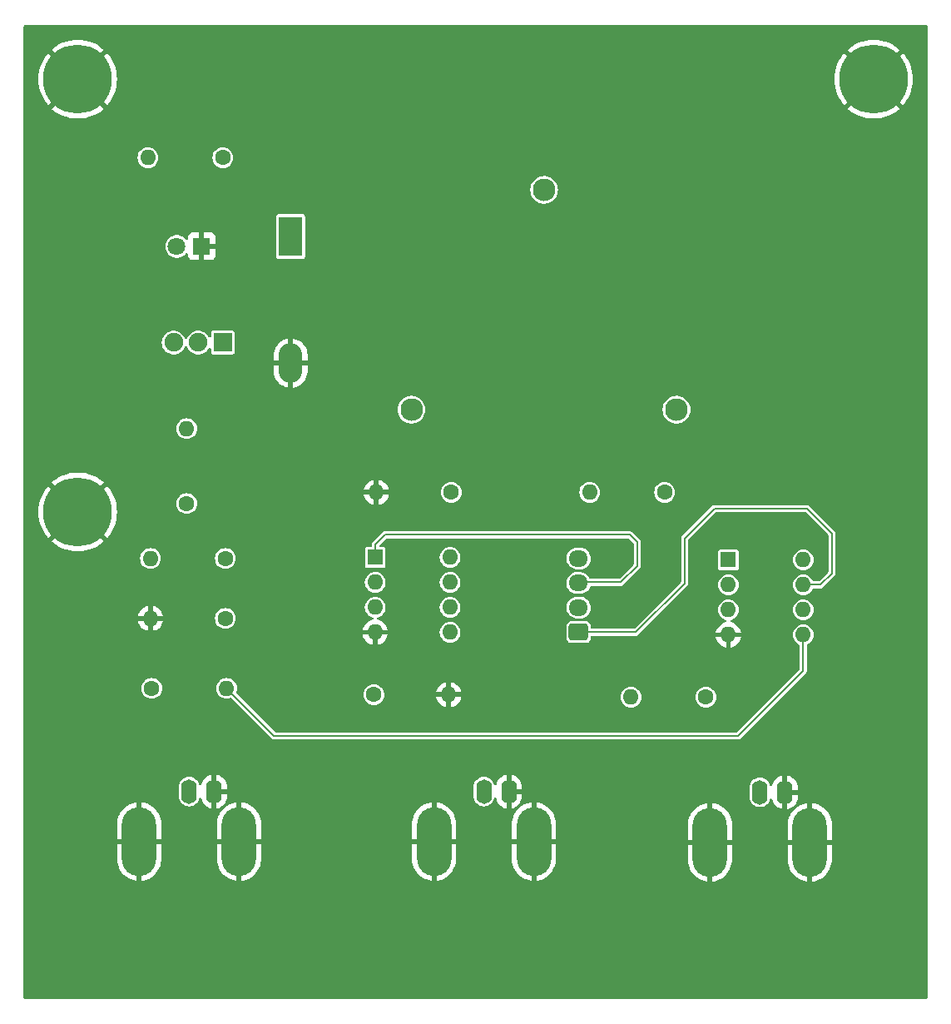
<source format=gbl>
%TF.GenerationSoftware,KiCad,Pcbnew,7.0.11-7.0.11~ubuntu22.04.1*%
%TF.CreationDate,2025-04-04T02:52:59+02:00*%
%TF.ProjectId,signal-conditioning-pcb,7369676e-616c-42d6-936f-6e646974696f,rev?*%
%TF.SameCoordinates,Original*%
%TF.FileFunction,Copper,L2,Bot*%
%TF.FilePolarity,Positive*%
%FSLAX46Y46*%
G04 Gerber Fmt 4.6, Leading zero omitted, Abs format (unit mm)*
G04 Created by KiCad (PCBNEW 7.0.11-7.0.11~ubuntu22.04.1) date 2025-04-04 02:52:59*
%MOMM*%
%LPD*%
G01*
G04 APERTURE LIST*
G04 Aperture macros list*
%AMRoundRect*
0 Rectangle with rounded corners*
0 $1 Rounding radius*
0 $2 $3 $4 $5 $6 $7 $8 $9 X,Y pos of 4 corners*
0 Add a 4 corners polygon primitive as box body*
4,1,4,$2,$3,$4,$5,$6,$7,$8,$9,$2,$3,0*
0 Add four circle primitives for the rounded corners*
1,1,$1+$1,$2,$3*
1,1,$1+$1,$4,$5*
1,1,$1+$1,$6,$7*
1,1,$1+$1,$8,$9*
0 Add four rect primitives between the rounded corners*
20,1,$1+$1,$2,$3,$4,$5,0*
20,1,$1+$1,$4,$5,$6,$7,0*
20,1,$1+$1,$6,$7,$8,$9,0*
20,1,$1+$1,$8,$9,$2,$3,0*%
G04 Aperture macros list end*
%TA.AperFunction,ComponentPad*%
%ADD10RoundRect,0.250000X0.725000X-0.600000X0.725000X0.600000X-0.725000X0.600000X-0.725000X-0.600000X0*%
%TD*%
%TA.AperFunction,ComponentPad*%
%ADD11O,1.950000X1.700000*%
%TD*%
%TA.AperFunction,ComponentPad*%
%ADD12R,1.900000X1.900000*%
%TD*%
%TA.AperFunction,ComponentPad*%
%ADD13C,1.900000*%
%TD*%
%TA.AperFunction,WasherPad*%
%ADD14C,2.300000*%
%TD*%
%TA.AperFunction,ComponentPad*%
%ADD15R,2.410000X4.020000*%
%TD*%
%TA.AperFunction,ComponentPad*%
%ADD16O,2.410000X4.020000*%
%TD*%
%TA.AperFunction,ComponentPad*%
%ADD17C,7.000000*%
%TD*%
%TA.AperFunction,ComponentPad*%
%ADD18O,1.600000X2.500000*%
%TD*%
%TA.AperFunction,ComponentPad*%
%ADD19O,3.500000X7.000000*%
%TD*%
%TA.AperFunction,ComponentPad*%
%ADD20C,1.600000*%
%TD*%
%TA.AperFunction,ComponentPad*%
%ADD21O,1.600000X1.600000*%
%TD*%
%TA.AperFunction,ComponentPad*%
%ADD22R,1.600000X1.600000*%
%TD*%
%TA.AperFunction,ComponentPad*%
%ADD23R,1.800000X1.800000*%
%TD*%
%TA.AperFunction,ComponentPad*%
%ADD24C,1.800000*%
%TD*%
%TA.AperFunction,Conductor*%
%ADD25C,0.200000*%
%TD*%
G04 APERTURE END LIST*
D10*
%TO.P,J5,1,Pin_1*%
%TO.N,V_penout*%
X150368000Y-94234000D03*
D11*
%TO.P,J5,2,Pin_2*%
%TO.N,V_hout*%
X150368000Y-91734000D03*
%TO.P,J5,3,Pin_3*%
%TO.N,V_vout*%
X150368000Y-89234000D03*
%TO.P,J5,4,Pin_4*%
%TO.N,3V3*%
X150368000Y-86734000D03*
%TD*%
D12*
%TO.P,S1,1*%
%TO.N,+9V*%
X114163000Y-64770000D03*
D13*
%TO.P,S1,2*%
%TO.N,Net-(BT1-+)*%
X111663000Y-64770000D03*
%TO.P,S1,3*%
%TO.N,unconnected-(S1-Pad3)*%
X109163000Y-64770000D03*
%TD*%
D14*
%TO.P,BT1,*%
%TO.N,*%
X133370000Y-71600000D03*
X146860000Y-49250000D03*
X160340000Y-71600000D03*
D15*
%TO.P,BT1,1,+*%
%TO.N,Net-(BT1-+)*%
X121080000Y-53980000D03*
D16*
%TO.P,BT1,2,-*%
%TO.N,GND*%
X121080000Y-66860000D03*
%TD*%
D17*
%TO.P,M1,1*%
%TO.N,GND*%
X99400000Y-38000000D03*
%TD*%
D18*
%TO.P,J3,1,In*%
%TO.N,V_penin*%
X110744000Y-110434000D03*
D19*
%TO.P,J3,2,Ext*%
%TO.N,GND*%
X115824000Y-115514000D03*
D18*
X113284000Y-110434000D03*
D19*
X105664000Y-115514000D03*
%TD*%
D18*
%TO.P,J1,1,In*%
%TO.N,V_hin*%
X168824000Y-110514000D03*
D19*
%TO.P,J1,2,Ext*%
%TO.N,GND*%
X173904000Y-115594000D03*
D18*
X171364000Y-110514000D03*
D19*
X163744000Y-115594000D03*
%TD*%
D20*
%TO.P,R4,1*%
%TO.N,V_penin*%
X106934000Y-99949000D03*
D21*
%TO.P,R4,2*%
%TO.N,Net-(U1B-+)*%
X114554000Y-99949000D03*
%TD*%
D20*
%TO.P,R8,1*%
%TO.N,3V3*%
X159131000Y-80010000D03*
D21*
%TO.P,R8,2*%
%TO.N,Net-(U1A-+)*%
X151511000Y-80010000D03*
%TD*%
D17*
%TO.P,M2,1*%
%TO.N,GND*%
X180400000Y-38000000D03*
%TD*%
D22*
%TO.P,U1,1*%
%TO.N,V_hout*%
X165618000Y-86878000D03*
D21*
%TO.P,U1,2,-*%
X165618000Y-89418000D03*
%TO.P,U1,3,+*%
%TO.N,Net-(U1A-+)*%
X165618000Y-91958000D03*
%TO.P,U1,4,V-*%
%TO.N,GND*%
X165618000Y-94498000D03*
%TO.P,U1,5,+*%
%TO.N,Net-(U1B-+)*%
X173238000Y-94498000D03*
%TO.P,U1,6,-*%
%TO.N,V_penout*%
X173238000Y-91958000D03*
%TO.P,U1,7*%
X173238000Y-89418000D03*
%TO.P,U1,8,V+*%
%TO.N,+9V*%
X173238000Y-86878000D03*
%TD*%
D20*
%TO.P,R6,1*%
%TO.N,V_vin*%
X114427000Y-86741000D03*
D21*
%TO.P,R6,2*%
%TO.N,Net-(U2A--)*%
X106807000Y-86741000D03*
%TD*%
D22*
%TO.P,U2,1*%
%TO.N,V_vout*%
X129677000Y-86624000D03*
D21*
%TO.P,U2,2,-*%
%TO.N,Net-(U2A--)*%
X129677000Y-89164000D03*
%TO.P,U2,3,+*%
%TO.N,Net-(U2A-+)*%
X129677000Y-91704000D03*
%TO.P,U2,4,V-*%
%TO.N,GND*%
X129677000Y-94244000D03*
%TO.P,U2,5,+*%
%TO.N,unconnected-(U2B-+-Pad5)*%
X137297000Y-94244000D03*
%TO.P,U2,6,-*%
%TO.N,unconnected-(U2B---Pad6)*%
X137297000Y-91704000D03*
%TO.P,U2,7*%
%TO.N,unconnected-(U2-Pad7)*%
X137297000Y-89164000D03*
%TO.P,U2,8,V+*%
%TO.N,+9V*%
X137297000Y-86624000D03*
%TD*%
D20*
%TO.P,R2,1*%
%TO.N,Net-(U1A-+)*%
X137414000Y-80010000D03*
D21*
%TO.P,R2,2*%
%TO.N,GND*%
X129794000Y-80010000D03*
%TD*%
D17*
%TO.P,M3,1*%
%TO.N,GND*%
X99400000Y-82000000D03*
%TD*%
D20*
%TO.P,R9,1*%
%TO.N,Net-(D1-A)*%
X114173000Y-45974000D03*
D21*
%TO.P,R9,2*%
%TO.N,+9V*%
X106553000Y-45974000D03*
%TD*%
D20*
%TO.P,R3,1*%
%TO.N,Net-(U2A--)*%
X110490000Y-81153000D03*
D21*
%TO.P,R3,2*%
%TO.N,V_vout*%
X110490000Y-73533000D03*
%TD*%
D20*
%TO.P,R5,1*%
%TO.N,Net-(U1B-+)*%
X114427000Y-92837000D03*
D21*
%TO.P,R5,2*%
%TO.N,GND*%
X106807000Y-92837000D03*
%TD*%
D20*
%TO.P,R1,1*%
%TO.N,V_hin*%
X163322000Y-100838000D03*
D21*
%TO.P,R1,2*%
%TO.N,Net-(U1A-+)*%
X155702000Y-100838000D03*
%TD*%
D20*
%TO.P,R7,1*%
%TO.N,Net-(U2A-+)*%
X129540000Y-100584000D03*
D21*
%TO.P,R7,2*%
%TO.N,GND*%
X137160000Y-100584000D03*
%TD*%
D23*
%TO.P,D1,1,K*%
%TO.N,GND*%
X112019000Y-54991000D03*
D24*
%TO.P,D1,2,A*%
%TO.N,Net-(D1-A)*%
X109479000Y-54991000D03*
%TD*%
D18*
%TO.P,J2,1,In*%
%TO.N,V_vin*%
X140744000Y-110434000D03*
D19*
%TO.P,J2,2,Ext*%
%TO.N,GND*%
X145824000Y-115514000D03*
D18*
X143284000Y-110434000D03*
D19*
X135664000Y-115514000D03*
%TD*%
D25*
%TO.N,V_vout*%
X155575000Y-84328000D02*
X130683000Y-84328000D01*
X150368000Y-89154000D02*
X154686000Y-89154000D01*
X129677000Y-85334000D02*
X129677000Y-86624000D01*
X156337000Y-87503000D02*
X156337000Y-85090000D01*
X154686000Y-89154000D02*
X156337000Y-87503000D01*
X156337000Y-85090000D02*
X155575000Y-84328000D01*
X130683000Y-84328000D02*
X129677000Y-85334000D01*
%TO.N,Net-(U1B-+)*%
X173238000Y-98161000D02*
X166624000Y-104775000D01*
X173238000Y-94498000D02*
X173238000Y-98161000D01*
X166624000Y-104775000D02*
X119380000Y-104775000D01*
X119380000Y-104775000D02*
X114554000Y-99949000D01*
%TO.N,V_penout*%
X173238000Y-89418000D02*
X174996000Y-89418000D01*
X176149000Y-84201000D02*
X173609000Y-81661000D01*
X164211000Y-81661000D02*
X161163000Y-84709000D01*
X173609000Y-81661000D02*
X164211000Y-81661000D01*
X156210000Y-94234000D02*
X150368000Y-94234000D01*
X174996000Y-89418000D02*
X176149000Y-88265000D01*
X161163000Y-89281000D02*
X156210000Y-94234000D01*
X161163000Y-84709000D02*
X161163000Y-89281000D01*
X176149000Y-88265000D02*
X176149000Y-84201000D01*
%TD*%
%TA.AperFunction,Conductor*%
%TO.N,GND*%
G36*
X185841621Y-32520502D02*
G01*
X185888114Y-32574158D01*
X185899500Y-32626500D01*
X185899500Y-131373500D01*
X185879498Y-131441621D01*
X185825842Y-131488114D01*
X185773500Y-131499500D01*
X94026500Y-131499500D01*
X93958379Y-131479498D01*
X93911886Y-131425842D01*
X93900500Y-131373500D01*
X93900500Y-117339218D01*
X103414000Y-117339218D01*
X103429085Y-117564567D01*
X103429086Y-117564575D01*
X103489086Y-117859765D01*
X103489088Y-117859773D01*
X103587899Y-118144337D01*
X103587903Y-118144346D01*
X103723763Y-118413205D01*
X103894250Y-118661559D01*
X104096316Y-118884973D01*
X104096318Y-118884974D01*
X104326357Y-119079461D01*
X104326365Y-119079467D01*
X104580267Y-119241552D01*
X104853517Y-119368354D01*
X104853522Y-119368355D01*
X105141236Y-119457605D01*
X105414000Y-119503614D01*
X105414000Y-116488625D01*
X105561801Y-116519000D01*
X105714967Y-116519000D01*
X105867348Y-116503504D01*
X105914000Y-116488867D01*
X105914000Y-119500207D01*
X106039070Y-119487625D01*
X106332114Y-119417790D01*
X106332115Y-119417789D01*
X106613218Y-119309525D01*
X106877394Y-119164752D01*
X107119914Y-118986062D01*
X107336449Y-118776646D01*
X107523144Y-118540230D01*
X107676664Y-118281038D01*
X107794261Y-118003709D01*
X107794264Y-118003700D01*
X107873847Y-117713175D01*
X107914000Y-117414616D01*
X107914000Y-117339218D01*
X113574000Y-117339218D01*
X113589085Y-117564567D01*
X113589086Y-117564575D01*
X113649086Y-117859765D01*
X113649088Y-117859773D01*
X113747899Y-118144337D01*
X113747903Y-118144346D01*
X113883763Y-118413205D01*
X114054250Y-118661559D01*
X114256316Y-118884973D01*
X114256318Y-118884974D01*
X114486357Y-119079461D01*
X114486365Y-119079467D01*
X114740267Y-119241552D01*
X115013517Y-119368354D01*
X115013522Y-119368355D01*
X115301236Y-119457605D01*
X115574000Y-119503614D01*
X115574000Y-116488625D01*
X115721801Y-116519000D01*
X115874967Y-116519000D01*
X116027348Y-116503504D01*
X116074000Y-116488867D01*
X116074000Y-119500207D01*
X116199070Y-119487625D01*
X116492114Y-119417790D01*
X116492115Y-119417789D01*
X116773218Y-119309525D01*
X117037394Y-119164752D01*
X117279914Y-118986062D01*
X117496449Y-118776646D01*
X117683144Y-118540230D01*
X117836664Y-118281038D01*
X117954261Y-118003709D01*
X117954264Y-118003700D01*
X118033847Y-117713175D01*
X118074000Y-117414616D01*
X118074000Y-117339218D01*
X133414000Y-117339218D01*
X133429085Y-117564567D01*
X133429086Y-117564575D01*
X133489086Y-117859765D01*
X133489088Y-117859773D01*
X133587899Y-118144337D01*
X133587903Y-118144346D01*
X133723763Y-118413205D01*
X133894250Y-118661559D01*
X134096316Y-118884973D01*
X134096318Y-118884974D01*
X134326357Y-119079461D01*
X134326365Y-119079467D01*
X134580267Y-119241552D01*
X134853517Y-119368354D01*
X134853522Y-119368355D01*
X135141236Y-119457605D01*
X135414000Y-119503614D01*
X135414000Y-116488625D01*
X135561801Y-116519000D01*
X135714967Y-116519000D01*
X135867348Y-116503504D01*
X135914000Y-116488867D01*
X135914000Y-119500207D01*
X136039070Y-119487625D01*
X136332114Y-119417790D01*
X136332115Y-119417789D01*
X136613218Y-119309525D01*
X136877394Y-119164752D01*
X137119914Y-118986062D01*
X137336449Y-118776646D01*
X137523144Y-118540230D01*
X137676664Y-118281038D01*
X137794261Y-118003709D01*
X137794264Y-118003700D01*
X137873847Y-117713175D01*
X137914000Y-117414616D01*
X137914000Y-117339218D01*
X143574000Y-117339218D01*
X143589085Y-117564567D01*
X143589086Y-117564575D01*
X143649086Y-117859765D01*
X143649088Y-117859773D01*
X143747899Y-118144337D01*
X143747903Y-118144346D01*
X143883763Y-118413205D01*
X144054250Y-118661559D01*
X144256316Y-118884973D01*
X144256318Y-118884974D01*
X144486357Y-119079461D01*
X144486365Y-119079467D01*
X144740267Y-119241552D01*
X145013517Y-119368354D01*
X145013522Y-119368355D01*
X145301236Y-119457605D01*
X145574000Y-119503614D01*
X145574000Y-116488625D01*
X145721801Y-116519000D01*
X145874967Y-116519000D01*
X146027348Y-116503504D01*
X146074000Y-116488867D01*
X146074000Y-119500207D01*
X146199070Y-119487625D01*
X146492114Y-119417790D01*
X146492115Y-119417789D01*
X146773218Y-119309525D01*
X147037394Y-119164752D01*
X147279914Y-118986062D01*
X147496449Y-118776646D01*
X147683144Y-118540230D01*
X147836664Y-118281038D01*
X147954261Y-118003709D01*
X147954264Y-118003700D01*
X148033847Y-117713175D01*
X148073381Y-117419218D01*
X161494000Y-117419218D01*
X161509085Y-117644567D01*
X161509086Y-117644575D01*
X161569086Y-117939765D01*
X161569088Y-117939773D01*
X161667899Y-118224337D01*
X161667903Y-118224346D01*
X161803763Y-118493205D01*
X161974250Y-118741559D01*
X162176316Y-118964973D01*
X162176318Y-118964974D01*
X162406357Y-119159461D01*
X162406365Y-119159467D01*
X162660267Y-119321552D01*
X162933517Y-119448354D01*
X162933522Y-119448355D01*
X163221236Y-119537605D01*
X163494000Y-119583614D01*
X163494000Y-116568625D01*
X163641801Y-116599000D01*
X163794967Y-116599000D01*
X163947348Y-116583504D01*
X163994000Y-116568867D01*
X163994000Y-119580207D01*
X164119070Y-119567625D01*
X164412114Y-119497790D01*
X164412115Y-119497789D01*
X164693218Y-119389525D01*
X164957394Y-119244752D01*
X165199914Y-119066062D01*
X165416449Y-118856646D01*
X165603144Y-118620230D01*
X165756664Y-118361038D01*
X165874261Y-118083709D01*
X165874264Y-118083700D01*
X165953847Y-117793175D01*
X165994000Y-117494616D01*
X165994000Y-117419218D01*
X171654000Y-117419218D01*
X171669085Y-117644567D01*
X171669086Y-117644575D01*
X171729086Y-117939765D01*
X171729088Y-117939773D01*
X171827899Y-118224337D01*
X171827903Y-118224346D01*
X171963763Y-118493205D01*
X172134250Y-118741559D01*
X172336316Y-118964973D01*
X172336318Y-118964974D01*
X172566357Y-119159461D01*
X172566365Y-119159467D01*
X172820267Y-119321552D01*
X173093517Y-119448354D01*
X173093522Y-119448355D01*
X173381236Y-119537605D01*
X173654000Y-119583614D01*
X173654000Y-116568625D01*
X173801801Y-116599000D01*
X173954967Y-116599000D01*
X174107348Y-116583504D01*
X174154000Y-116568867D01*
X174154000Y-119580207D01*
X174279070Y-119567625D01*
X174572114Y-119497790D01*
X174572115Y-119497789D01*
X174853218Y-119389525D01*
X175117394Y-119244752D01*
X175359914Y-119066062D01*
X175576449Y-118856646D01*
X175763144Y-118620230D01*
X175916664Y-118361038D01*
X176034261Y-118083709D01*
X176034264Y-118083700D01*
X176113847Y-117793175D01*
X176154000Y-117494616D01*
X176154000Y-115844000D01*
X174877411Y-115844000D01*
X174902534Y-115746970D01*
X174912886Y-115542835D01*
X174882426Y-115344000D01*
X176154000Y-115344000D01*
X176154000Y-113768781D01*
X176138914Y-113543432D01*
X176138913Y-113543424D01*
X176078913Y-113248234D01*
X176078911Y-113248226D01*
X175980100Y-112963662D01*
X175980096Y-112963653D01*
X175844236Y-112694794D01*
X175673749Y-112446440D01*
X175471683Y-112223026D01*
X175471681Y-112223025D01*
X175241642Y-112028538D01*
X175241634Y-112028532D01*
X174987732Y-111866447D01*
X174714482Y-111739645D01*
X174714477Y-111739644D01*
X174426763Y-111650394D01*
X174154000Y-111604384D01*
X174154000Y-114619374D01*
X174006199Y-114589000D01*
X173853033Y-114589000D01*
X173700652Y-114604496D01*
X173654000Y-114619132D01*
X173654000Y-111607792D01*
X173653999Y-111607792D01*
X173528923Y-111620376D01*
X173528919Y-111620376D01*
X173235885Y-111690209D01*
X173235884Y-111690210D01*
X172954781Y-111798474D01*
X172690605Y-111943247D01*
X172448085Y-112121937D01*
X172231550Y-112331353D01*
X172044855Y-112567769D01*
X171891335Y-112826961D01*
X171773738Y-113104290D01*
X171773735Y-113104299D01*
X171694152Y-113394824D01*
X171654000Y-113693383D01*
X171654000Y-115344000D01*
X172930589Y-115344000D01*
X172905466Y-115441030D01*
X172895114Y-115645165D01*
X172925574Y-115844000D01*
X171654000Y-115844000D01*
X171654000Y-117419218D01*
X165994000Y-117419218D01*
X165994000Y-115844000D01*
X164717411Y-115844000D01*
X164742534Y-115746970D01*
X164752886Y-115542835D01*
X164722426Y-115344000D01*
X165994000Y-115344000D01*
X165994000Y-113768781D01*
X165978914Y-113543432D01*
X165978913Y-113543424D01*
X165918913Y-113248234D01*
X165918911Y-113248226D01*
X165820100Y-112963662D01*
X165820096Y-112963653D01*
X165684236Y-112694794D01*
X165513749Y-112446440D01*
X165311683Y-112223026D01*
X165311681Y-112223025D01*
X165081642Y-112028538D01*
X165081634Y-112028532D01*
X164827732Y-111866447D01*
X164554482Y-111739645D01*
X164554477Y-111739644D01*
X164266763Y-111650394D01*
X163994000Y-111604384D01*
X163994000Y-114619374D01*
X163846199Y-114589000D01*
X163693033Y-114589000D01*
X163540652Y-114604496D01*
X163494000Y-114619132D01*
X163494000Y-111607792D01*
X163493999Y-111607792D01*
X163368923Y-111620376D01*
X163368919Y-111620376D01*
X163075885Y-111690209D01*
X163075884Y-111690210D01*
X162794781Y-111798474D01*
X162530605Y-111943247D01*
X162288085Y-112121937D01*
X162071550Y-112331353D01*
X161884855Y-112567769D01*
X161731335Y-112826961D01*
X161613738Y-113104290D01*
X161613735Y-113104299D01*
X161534152Y-113394824D01*
X161494000Y-113693383D01*
X161494000Y-115344000D01*
X162770589Y-115344000D01*
X162745466Y-115441030D01*
X162735114Y-115645165D01*
X162765574Y-115844000D01*
X161494000Y-115844000D01*
X161494000Y-117419218D01*
X148073381Y-117419218D01*
X148074000Y-117414616D01*
X148074000Y-115764000D01*
X146797411Y-115764000D01*
X146822534Y-115666970D01*
X146832886Y-115462835D01*
X146802426Y-115264000D01*
X148074000Y-115264000D01*
X148074000Y-113688781D01*
X148058914Y-113463432D01*
X148058913Y-113463424D01*
X147998913Y-113168234D01*
X147998911Y-113168226D01*
X147900100Y-112883662D01*
X147900096Y-112883653D01*
X147764236Y-112614794D01*
X147593749Y-112366440D01*
X147391683Y-112143026D01*
X147391681Y-112143025D01*
X147161642Y-111948538D01*
X147161634Y-111948532D01*
X146907732Y-111786447D01*
X146634482Y-111659645D01*
X146634477Y-111659644D01*
X146346763Y-111570394D01*
X146074000Y-111524384D01*
X146074000Y-114539374D01*
X145926199Y-114509000D01*
X145773033Y-114509000D01*
X145620652Y-114524496D01*
X145574000Y-114539132D01*
X145574000Y-111527792D01*
X145573999Y-111527792D01*
X145448923Y-111540376D01*
X145448919Y-111540376D01*
X145155885Y-111610209D01*
X145155884Y-111610210D01*
X144874781Y-111718474D01*
X144610605Y-111863247D01*
X144368085Y-112041937D01*
X144151550Y-112251353D01*
X143964855Y-112487769D01*
X143811335Y-112746961D01*
X143693738Y-113024290D01*
X143693735Y-113024299D01*
X143614152Y-113314824D01*
X143574000Y-113613383D01*
X143574000Y-115264000D01*
X144850589Y-115264000D01*
X144825466Y-115361030D01*
X144815114Y-115565165D01*
X144845574Y-115764000D01*
X143574000Y-115764000D01*
X143574000Y-117339218D01*
X137914000Y-117339218D01*
X137914000Y-115764000D01*
X136637411Y-115764000D01*
X136662534Y-115666970D01*
X136672886Y-115462835D01*
X136642426Y-115264000D01*
X137914000Y-115264000D01*
X137914000Y-113688781D01*
X137898914Y-113463432D01*
X137898913Y-113463424D01*
X137838913Y-113168234D01*
X137838911Y-113168226D01*
X137740100Y-112883662D01*
X137740096Y-112883653D01*
X137604236Y-112614794D01*
X137433749Y-112366440D01*
X137231683Y-112143026D01*
X137231681Y-112143025D01*
X137001642Y-111948538D01*
X137001634Y-111948532D01*
X136747732Y-111786447D01*
X136474482Y-111659645D01*
X136474477Y-111659644D01*
X136186763Y-111570394D01*
X135914000Y-111524384D01*
X135914000Y-114539374D01*
X135766199Y-114509000D01*
X135613033Y-114509000D01*
X135460652Y-114524496D01*
X135414000Y-114539132D01*
X135414000Y-111527792D01*
X135413999Y-111527792D01*
X135288923Y-111540376D01*
X135288919Y-111540376D01*
X134995885Y-111610209D01*
X134995884Y-111610210D01*
X134714781Y-111718474D01*
X134450605Y-111863247D01*
X134208085Y-112041937D01*
X133991550Y-112251353D01*
X133804855Y-112487769D01*
X133651335Y-112746961D01*
X133533738Y-113024290D01*
X133533735Y-113024299D01*
X133454152Y-113314824D01*
X133414000Y-113613383D01*
X133414000Y-115264000D01*
X134690589Y-115264000D01*
X134665466Y-115361030D01*
X134655114Y-115565165D01*
X134685574Y-115764000D01*
X133414000Y-115764000D01*
X133414000Y-117339218D01*
X118074000Y-117339218D01*
X118074000Y-115764000D01*
X116797411Y-115764000D01*
X116822534Y-115666970D01*
X116832886Y-115462835D01*
X116802426Y-115264000D01*
X118074000Y-115264000D01*
X118074000Y-113688781D01*
X118058914Y-113463432D01*
X118058913Y-113463424D01*
X117998913Y-113168234D01*
X117998911Y-113168226D01*
X117900100Y-112883662D01*
X117900096Y-112883653D01*
X117764236Y-112614794D01*
X117593749Y-112366440D01*
X117391683Y-112143026D01*
X117391681Y-112143025D01*
X117161642Y-111948538D01*
X117161634Y-111948532D01*
X116907732Y-111786447D01*
X116634482Y-111659645D01*
X116634477Y-111659644D01*
X116346763Y-111570394D01*
X116074000Y-111524384D01*
X116074000Y-114539374D01*
X115926199Y-114509000D01*
X115773033Y-114509000D01*
X115620652Y-114524496D01*
X115574000Y-114539132D01*
X115574000Y-111527792D01*
X115573999Y-111527792D01*
X115448923Y-111540376D01*
X115448919Y-111540376D01*
X115155885Y-111610209D01*
X115155884Y-111610210D01*
X114874781Y-111718474D01*
X114610605Y-111863247D01*
X114368085Y-112041937D01*
X114151550Y-112251353D01*
X113964855Y-112487769D01*
X113811335Y-112746961D01*
X113693738Y-113024290D01*
X113693735Y-113024299D01*
X113614152Y-113314824D01*
X113574000Y-113613383D01*
X113574000Y-115264000D01*
X114850589Y-115264000D01*
X114825466Y-115361030D01*
X114815114Y-115565165D01*
X114845574Y-115764000D01*
X113574000Y-115764000D01*
X113574000Y-117339218D01*
X107914000Y-117339218D01*
X107914000Y-115764000D01*
X106637411Y-115764000D01*
X106662534Y-115666970D01*
X106672886Y-115462835D01*
X106642426Y-115264000D01*
X107914000Y-115264000D01*
X107914000Y-113688781D01*
X107898914Y-113463432D01*
X107898913Y-113463424D01*
X107838913Y-113168234D01*
X107838911Y-113168226D01*
X107740100Y-112883662D01*
X107740096Y-112883653D01*
X107604236Y-112614794D01*
X107433749Y-112366440D01*
X107231683Y-112143026D01*
X107231681Y-112143025D01*
X107001642Y-111948538D01*
X107001634Y-111948532D01*
X106747732Y-111786447D01*
X106474482Y-111659645D01*
X106474477Y-111659644D01*
X106186763Y-111570394D01*
X105914000Y-111524384D01*
X105914000Y-114539374D01*
X105766199Y-114509000D01*
X105613033Y-114509000D01*
X105460652Y-114524496D01*
X105414000Y-114539132D01*
X105414000Y-111527792D01*
X105413999Y-111527792D01*
X105288923Y-111540376D01*
X105288919Y-111540376D01*
X104995885Y-111610209D01*
X104995884Y-111610210D01*
X104714781Y-111718474D01*
X104450605Y-111863247D01*
X104208085Y-112041937D01*
X103991550Y-112251353D01*
X103804855Y-112487769D01*
X103651335Y-112746961D01*
X103533738Y-113024290D01*
X103533735Y-113024299D01*
X103454152Y-113314824D01*
X103414000Y-113613383D01*
X103414000Y-115264000D01*
X104690589Y-115264000D01*
X104665466Y-115361030D01*
X104655114Y-115565165D01*
X104685574Y-115764000D01*
X103414000Y-115764000D01*
X103414000Y-117339218D01*
X93900500Y-117339218D01*
X93900500Y-110935807D01*
X109689500Y-110935807D01*
X109704756Y-111090711D01*
X109704757Y-111090717D01*
X109704758Y-111090718D01*
X109729026Y-111170718D01*
X109765055Y-111289492D01*
X109862974Y-111472686D01*
X109994747Y-111633252D01*
X110155313Y-111765024D01*
X110155313Y-111765025D01*
X110155317Y-111765027D01*
X110338508Y-111862945D01*
X110537282Y-111923242D01*
X110537286Y-111923242D01*
X110537288Y-111923243D01*
X110743997Y-111943602D01*
X110744000Y-111943602D01*
X110744003Y-111943602D01*
X110950711Y-111923243D01*
X110950712Y-111923242D01*
X110950718Y-111923242D01*
X111149492Y-111862945D01*
X111332683Y-111765027D01*
X111332684Y-111765025D01*
X111332686Y-111765025D01*
X111332686Y-111765024D01*
X111493252Y-111633252D01*
X111625027Y-111472683D01*
X111722945Y-111289492D01*
X111766819Y-111144855D01*
X111805733Y-111085477D01*
X111870574Y-111056561D01*
X111940755Y-111067291D01*
X111993994Y-111114260D01*
X112009100Y-111148822D01*
X112057732Y-111330323D01*
X112057734Y-111330328D01*
X112153866Y-111536483D01*
X112284335Y-111722812D01*
X112284340Y-111722818D01*
X112445181Y-111883659D01*
X112445187Y-111883664D01*
X112631516Y-112014133D01*
X112837671Y-112110265D01*
X112837677Y-112110267D01*
X113034000Y-112162871D01*
X113034000Y-110802137D01*
X113088741Y-110839459D01*
X113216927Y-110879000D01*
X113317346Y-110879000D01*
X113416647Y-110864033D01*
X113534000Y-110807518D01*
X113534000Y-112162871D01*
X113730322Y-112110267D01*
X113730328Y-112110265D01*
X113936483Y-112014133D01*
X114122812Y-111883664D01*
X114122818Y-111883659D01*
X114283659Y-111722818D01*
X114283664Y-111722812D01*
X114414133Y-111536483D01*
X114510265Y-111330328D01*
X114510267Y-111330323D01*
X114569140Y-111110602D01*
X114584000Y-110940756D01*
X114584000Y-110935807D01*
X139689500Y-110935807D01*
X139704756Y-111090711D01*
X139704757Y-111090717D01*
X139704758Y-111090718D01*
X139729026Y-111170718D01*
X139765055Y-111289492D01*
X139862974Y-111472686D01*
X139994747Y-111633252D01*
X140155313Y-111765024D01*
X140155313Y-111765025D01*
X140155317Y-111765027D01*
X140338508Y-111862945D01*
X140537282Y-111923242D01*
X140537286Y-111923242D01*
X140537288Y-111923243D01*
X140743997Y-111943602D01*
X140744000Y-111943602D01*
X140744003Y-111943602D01*
X140950711Y-111923243D01*
X140950712Y-111923242D01*
X140950718Y-111923242D01*
X141149492Y-111862945D01*
X141332683Y-111765027D01*
X141332684Y-111765025D01*
X141332686Y-111765025D01*
X141332686Y-111765024D01*
X141493252Y-111633252D01*
X141625027Y-111472683D01*
X141722945Y-111289492D01*
X141766819Y-111144855D01*
X141805733Y-111085477D01*
X141870574Y-111056561D01*
X141940755Y-111067291D01*
X141993994Y-111114260D01*
X142009100Y-111148822D01*
X142057732Y-111330323D01*
X142057734Y-111330328D01*
X142153866Y-111536483D01*
X142284335Y-111722812D01*
X142284340Y-111722818D01*
X142445181Y-111883659D01*
X142445187Y-111883664D01*
X142631516Y-112014133D01*
X142837671Y-112110265D01*
X142837677Y-112110267D01*
X143034000Y-112162871D01*
X143034000Y-110802137D01*
X143088741Y-110839459D01*
X143216927Y-110879000D01*
X143317346Y-110879000D01*
X143416647Y-110864033D01*
X143534000Y-110807518D01*
X143534000Y-112162871D01*
X143730322Y-112110267D01*
X143730328Y-112110265D01*
X143936483Y-112014133D01*
X144122812Y-111883664D01*
X144122818Y-111883659D01*
X144283659Y-111722818D01*
X144283664Y-111722812D01*
X144414133Y-111536483D01*
X144510265Y-111330328D01*
X144510267Y-111330323D01*
X144569140Y-111110602D01*
X144577434Y-111015807D01*
X167769500Y-111015807D01*
X167784756Y-111170711D01*
X167845055Y-111369492D01*
X167942974Y-111552686D01*
X168074747Y-111713252D01*
X168235313Y-111845024D01*
X168235313Y-111845025D01*
X168235317Y-111845027D01*
X168418508Y-111942945D01*
X168617282Y-112003242D01*
X168617286Y-112003242D01*
X168617288Y-112003243D01*
X168823997Y-112023602D01*
X168824000Y-112023602D01*
X168824003Y-112023602D01*
X169030711Y-112003243D01*
X169030712Y-112003242D01*
X169030718Y-112003242D01*
X169229492Y-111942945D01*
X169412683Y-111845027D01*
X169412684Y-111845025D01*
X169412686Y-111845025D01*
X169412686Y-111845024D01*
X169573252Y-111713252D01*
X169705027Y-111552683D01*
X169802945Y-111369492D01*
X169846819Y-111224855D01*
X169885733Y-111165477D01*
X169950574Y-111136561D01*
X170020755Y-111147291D01*
X170073994Y-111194260D01*
X170089100Y-111228822D01*
X170137732Y-111410323D01*
X170137734Y-111410328D01*
X170233866Y-111616483D01*
X170364335Y-111802812D01*
X170364340Y-111802818D01*
X170525181Y-111963659D01*
X170525187Y-111963664D01*
X170711516Y-112094133D01*
X170917671Y-112190265D01*
X170917677Y-112190267D01*
X171114000Y-112242871D01*
X171114000Y-110882137D01*
X171168741Y-110919459D01*
X171296927Y-110959000D01*
X171397346Y-110959000D01*
X171496647Y-110944033D01*
X171614000Y-110887518D01*
X171614000Y-112242871D01*
X171810322Y-112190267D01*
X171810328Y-112190265D01*
X172016483Y-112094133D01*
X172202812Y-111963664D01*
X172202818Y-111963659D01*
X172363659Y-111802818D01*
X172363664Y-111802812D01*
X172494133Y-111616483D01*
X172590265Y-111410328D01*
X172590267Y-111410323D01*
X172649140Y-111190602D01*
X172664000Y-111020756D01*
X172664000Y-110764000D01*
X171733503Y-110764000D01*
X171782917Y-110678413D01*
X171812768Y-110547630D01*
X171802743Y-110413860D01*
X171753734Y-110288987D01*
X171733807Y-110264000D01*
X172664000Y-110264000D01*
X172664000Y-110007243D01*
X172649140Y-109837397D01*
X172590267Y-109617676D01*
X172590265Y-109617671D01*
X172494133Y-109411516D01*
X172363664Y-109225187D01*
X172363659Y-109225181D01*
X172202818Y-109064340D01*
X172202812Y-109064335D01*
X172016483Y-108933866D01*
X171810328Y-108837734D01*
X171810325Y-108837733D01*
X171614000Y-108785127D01*
X171614000Y-110145862D01*
X171559259Y-110108541D01*
X171431073Y-110069000D01*
X171330654Y-110069000D01*
X171231353Y-110083967D01*
X171114000Y-110140481D01*
X171114000Y-108785127D01*
X171113999Y-108785127D01*
X170917674Y-108837733D01*
X170917671Y-108837734D01*
X170711516Y-108933866D01*
X170525187Y-109064335D01*
X170525181Y-109064340D01*
X170364340Y-109225181D01*
X170364335Y-109225187D01*
X170233866Y-109411516D01*
X170137734Y-109617671D01*
X170137732Y-109617677D01*
X170089100Y-109799177D01*
X170052148Y-109859800D01*
X169988288Y-109890821D01*
X169917793Y-109882393D01*
X169863046Y-109837190D01*
X169846819Y-109803144D01*
X169802945Y-109658508D01*
X169705027Y-109475317D01*
X169705025Y-109475313D01*
X169573252Y-109314747D01*
X169412686Y-109182975D01*
X169412686Y-109182974D01*
X169229492Y-109085055D01*
X169030711Y-109024756D01*
X168824003Y-109004398D01*
X168823997Y-109004398D01*
X168617288Y-109024756D01*
X168418507Y-109085055D01*
X168235313Y-109182974D01*
X168235313Y-109182975D01*
X168074747Y-109314747D01*
X167942975Y-109475313D01*
X167942974Y-109475313D01*
X167845055Y-109658507D01*
X167784756Y-109857288D01*
X167769500Y-110012192D01*
X167769500Y-111015807D01*
X144577434Y-111015807D01*
X144584000Y-110940756D01*
X144584000Y-110684000D01*
X143653503Y-110684000D01*
X143702917Y-110598413D01*
X143732768Y-110467630D01*
X143722743Y-110333860D01*
X143673734Y-110208987D01*
X143653807Y-110184000D01*
X144584000Y-110184000D01*
X144584000Y-109927243D01*
X144569140Y-109757397D01*
X144510267Y-109537676D01*
X144510265Y-109537671D01*
X144414133Y-109331516D01*
X144283664Y-109145187D01*
X144283659Y-109145181D01*
X144122818Y-108984340D01*
X144122812Y-108984335D01*
X143936483Y-108853866D01*
X143730328Y-108757734D01*
X143730325Y-108757733D01*
X143534000Y-108705127D01*
X143534000Y-110065862D01*
X143479259Y-110028541D01*
X143351073Y-109989000D01*
X143250654Y-109989000D01*
X143151353Y-110003967D01*
X143034000Y-110060481D01*
X143034000Y-108705127D01*
X143033999Y-108705127D01*
X142837674Y-108757733D01*
X142837671Y-108757734D01*
X142631516Y-108853866D01*
X142445187Y-108984335D01*
X142445181Y-108984340D01*
X142284340Y-109145181D01*
X142284335Y-109145187D01*
X142153866Y-109331516D01*
X142057734Y-109537671D01*
X142057732Y-109537677D01*
X142009100Y-109719177D01*
X141972148Y-109779800D01*
X141908288Y-109810821D01*
X141837793Y-109802393D01*
X141783046Y-109757190D01*
X141766819Y-109723144D01*
X141722945Y-109578508D01*
X141625027Y-109395317D01*
X141625025Y-109395313D01*
X141493252Y-109234747D01*
X141332686Y-109102975D01*
X141332686Y-109102974D01*
X141149492Y-109005055D01*
X140950711Y-108944756D01*
X140744003Y-108924398D01*
X140743997Y-108924398D01*
X140537288Y-108944756D01*
X140338507Y-109005055D01*
X140155313Y-109102974D01*
X140155313Y-109102975D01*
X139994747Y-109234747D01*
X139862975Y-109395313D01*
X139862974Y-109395313D01*
X139765055Y-109578507D01*
X139704756Y-109777288D01*
X139689500Y-109932192D01*
X139689500Y-110935807D01*
X114584000Y-110935807D01*
X114584000Y-110684000D01*
X113653503Y-110684000D01*
X113702917Y-110598413D01*
X113732768Y-110467630D01*
X113722743Y-110333860D01*
X113673734Y-110208987D01*
X113653807Y-110184000D01*
X114584000Y-110184000D01*
X114584000Y-109927243D01*
X114569140Y-109757397D01*
X114510267Y-109537676D01*
X114510265Y-109537671D01*
X114414133Y-109331516D01*
X114283664Y-109145187D01*
X114283659Y-109145181D01*
X114122818Y-108984340D01*
X114122812Y-108984335D01*
X113936483Y-108853866D01*
X113730328Y-108757734D01*
X113730325Y-108757733D01*
X113534000Y-108705127D01*
X113534000Y-110065862D01*
X113479259Y-110028541D01*
X113351073Y-109989000D01*
X113250654Y-109989000D01*
X113151353Y-110003967D01*
X113034000Y-110060481D01*
X113034000Y-108705127D01*
X113033999Y-108705127D01*
X112837674Y-108757733D01*
X112837671Y-108757734D01*
X112631516Y-108853866D01*
X112445187Y-108984335D01*
X112445181Y-108984340D01*
X112284340Y-109145181D01*
X112284335Y-109145187D01*
X112153866Y-109331516D01*
X112057734Y-109537671D01*
X112057732Y-109537677D01*
X112009100Y-109719177D01*
X111972148Y-109779800D01*
X111908288Y-109810821D01*
X111837793Y-109802393D01*
X111783046Y-109757190D01*
X111766819Y-109723144D01*
X111722945Y-109578508D01*
X111625027Y-109395317D01*
X111625025Y-109395313D01*
X111493252Y-109234747D01*
X111332686Y-109102975D01*
X111332686Y-109102974D01*
X111149492Y-109005055D01*
X110950711Y-108944756D01*
X110744003Y-108924398D01*
X110743997Y-108924398D01*
X110537288Y-108944756D01*
X110338507Y-109005055D01*
X110155313Y-109102974D01*
X110155313Y-109102975D01*
X109994747Y-109234747D01*
X109862975Y-109395313D01*
X109862974Y-109395313D01*
X109765055Y-109578507D01*
X109704756Y-109777288D01*
X109689500Y-109932192D01*
X109689500Y-110935807D01*
X93900500Y-110935807D01*
X93900500Y-99949003D01*
X105874398Y-99949003D01*
X105894756Y-100155711D01*
X105955055Y-100354492D01*
X106052974Y-100537686D01*
X106184747Y-100698252D01*
X106345313Y-100830024D01*
X106345313Y-100830025D01*
X106345317Y-100830027D01*
X106528508Y-100927945D01*
X106727282Y-100988242D01*
X106727286Y-100988242D01*
X106727288Y-100988243D01*
X106933997Y-101008602D01*
X106934000Y-101008602D01*
X106934003Y-101008602D01*
X107140711Y-100988243D01*
X107140712Y-100988242D01*
X107140718Y-100988242D01*
X107339492Y-100927945D01*
X107522683Y-100830027D01*
X107522684Y-100830025D01*
X107522686Y-100830025D01*
X107522686Y-100830024D01*
X107683252Y-100698252D01*
X107815027Y-100537683D01*
X107912945Y-100354492D01*
X107973242Y-100155718D01*
X107975020Y-100137671D01*
X107993602Y-99949003D01*
X113494398Y-99949003D01*
X113514756Y-100155711D01*
X113575055Y-100354492D01*
X113672974Y-100537686D01*
X113804747Y-100698252D01*
X113965313Y-100830024D01*
X113965313Y-100830025D01*
X113965317Y-100830027D01*
X114148508Y-100927945D01*
X114347282Y-100988242D01*
X114347286Y-100988242D01*
X114347288Y-100988243D01*
X114553997Y-101008602D01*
X114554000Y-101008602D01*
X114554003Y-101008602D01*
X114760711Y-100988243D01*
X114760712Y-100988242D01*
X114760718Y-100988242D01*
X114942554Y-100933082D01*
X115013548Y-100932450D01*
X115068224Y-100964563D01*
X119094087Y-104990425D01*
X119110474Y-105010603D01*
X119115577Y-105018414D01*
X119115578Y-105018415D01*
X119115579Y-105018416D01*
X119118244Y-105020490D01*
X119138728Y-105036434D01*
X119149022Y-105045526D01*
X119150108Y-105046446D01*
X119165913Y-105057729D01*
X119170088Y-105060842D01*
X119208944Y-105091085D01*
X119208946Y-105091085D01*
X119215473Y-105094618D01*
X119222149Y-105097882D01*
X119222152Y-105097884D01*
X119269345Y-105111933D01*
X119274294Y-105113520D01*
X119320840Y-105129499D01*
X119320842Y-105129499D01*
X119320844Y-105129500D01*
X119320846Y-105129500D01*
X119328192Y-105130725D01*
X119335543Y-105131641D01*
X119335544Y-105131642D01*
X119335544Y-105131641D01*
X119335545Y-105131642D01*
X119364660Y-105130437D01*
X119384724Y-105129607D01*
X119389931Y-105129500D01*
X166574166Y-105129500D01*
X166600022Y-105132181D01*
X166609147Y-105134095D01*
X166638246Y-105130467D01*
X166652036Y-105129611D01*
X166653365Y-105129501D01*
X166653371Y-105129500D01*
X166653377Y-105129500D01*
X166672583Y-105126294D01*
X166677673Y-105125552D01*
X166726551Y-105119461D01*
X166726557Y-105119457D01*
X166733703Y-105117330D01*
X166740694Y-105114929D01*
X166740698Y-105114929D01*
X166783987Y-105091501D01*
X166788619Y-105089117D01*
X166832840Y-105067499D01*
X166832847Y-105067491D01*
X166838893Y-105063175D01*
X166844742Y-105058622D01*
X166844749Y-105058619D01*
X166878099Y-105022389D01*
X166881682Y-105018655D01*
X173453428Y-98446908D01*
X173473606Y-98430523D01*
X173481416Y-98425421D01*
X173499440Y-98402261D01*
X173508544Y-98391955D01*
X173509436Y-98390902D01*
X173509436Y-98390901D01*
X173509442Y-98390896D01*
X173520770Y-98375028D01*
X173523806Y-98370956D01*
X173554085Y-98332056D01*
X173554087Y-98332048D01*
X173557638Y-98325487D01*
X173560880Y-98318852D01*
X173560884Y-98318848D01*
X173574928Y-98271674D01*
X173576509Y-98266733D01*
X173592500Y-98220156D01*
X173592500Y-98220150D01*
X173593721Y-98212830D01*
X173594640Y-98205459D01*
X173594642Y-98205455D01*
X173592608Y-98156275D01*
X173592500Y-98151067D01*
X173592500Y-95579722D01*
X173612502Y-95511601D01*
X173659104Y-95468600D01*
X173826683Y-95379027D01*
X173826684Y-95379025D01*
X173826686Y-95379025D01*
X173826686Y-95379024D01*
X173987252Y-95247252D01*
X174119027Y-95086683D01*
X174216945Y-94903492D01*
X174277242Y-94704718D01*
X174278660Y-94690328D01*
X174297602Y-94498003D01*
X174297602Y-94497996D01*
X174277243Y-94291288D01*
X174277242Y-94291286D01*
X174277242Y-94291282D01*
X174216945Y-94092508D01*
X174119027Y-93909317D01*
X174119025Y-93909313D01*
X173987252Y-93748747D01*
X173826686Y-93616975D01*
X173826686Y-93616974D01*
X173643492Y-93519055D01*
X173444711Y-93458756D01*
X173238003Y-93438398D01*
X173237997Y-93438398D01*
X173031288Y-93458756D01*
X172832507Y-93519055D01*
X172649313Y-93616974D01*
X172649313Y-93616975D01*
X172488747Y-93748747D01*
X172356975Y-93909313D01*
X172356974Y-93909313D01*
X172259055Y-94092507D01*
X172198756Y-94291288D01*
X172178398Y-94497996D01*
X172178398Y-94498003D01*
X172198756Y-94704711D01*
X172198757Y-94704717D01*
X172198758Y-94704718D01*
X172237576Y-94832686D01*
X172259055Y-94903492D01*
X172356974Y-95086686D01*
X172488747Y-95247252D01*
X172649313Y-95379024D01*
X172649313Y-95379025D01*
X172816896Y-95468600D01*
X172867544Y-95518352D01*
X172883500Y-95579722D01*
X172883500Y-97961971D01*
X172863498Y-98030092D01*
X172846595Y-98051066D01*
X166514066Y-104383595D01*
X166451754Y-104417621D01*
X166424971Y-104420500D01*
X119579028Y-104420500D01*
X119510907Y-104400498D01*
X119489933Y-104383595D01*
X115690342Y-100584003D01*
X128480398Y-100584003D01*
X128500756Y-100790711D01*
X128561055Y-100989492D01*
X128658974Y-101172686D01*
X128790747Y-101333252D01*
X128951313Y-101465024D01*
X128951313Y-101465025D01*
X128951317Y-101465027D01*
X129134508Y-101562945D01*
X129333282Y-101623242D01*
X129333286Y-101623242D01*
X129333288Y-101623243D01*
X129539997Y-101643602D01*
X129540000Y-101643602D01*
X129540003Y-101643602D01*
X129746711Y-101623243D01*
X129746712Y-101623242D01*
X129746718Y-101623242D01*
X129945492Y-101562945D01*
X130128683Y-101465027D01*
X130128684Y-101465025D01*
X130128686Y-101465025D01*
X130128686Y-101465024D01*
X130289252Y-101333252D01*
X130421027Y-101172683D01*
X130518945Y-100989492D01*
X130579242Y-100790718D01*
X130599602Y-100584000D01*
X130599602Y-100583996D01*
X130579243Y-100377288D01*
X130579242Y-100377286D01*
X130579242Y-100377282D01*
X130566113Y-100334000D01*
X135881127Y-100334000D01*
X136844314Y-100334000D01*
X136832359Y-100345955D01*
X136774835Y-100458852D01*
X136755014Y-100584000D01*
X136774835Y-100709148D01*
X136832359Y-100822045D01*
X136844314Y-100834000D01*
X135881128Y-100834000D01*
X135933732Y-101030322D01*
X135933734Y-101030328D01*
X136029866Y-101236483D01*
X136160335Y-101422812D01*
X136160340Y-101422818D01*
X136321181Y-101583659D01*
X136321187Y-101583664D01*
X136507516Y-101714133D01*
X136713671Y-101810265D01*
X136713677Y-101810267D01*
X136910000Y-101862871D01*
X136910000Y-100899686D01*
X136921955Y-100911641D01*
X137034852Y-100969165D01*
X137128519Y-100984000D01*
X137191481Y-100984000D01*
X137285148Y-100969165D01*
X137398045Y-100911641D01*
X137410000Y-100899686D01*
X137410000Y-101862871D01*
X137606322Y-101810267D01*
X137606328Y-101810265D01*
X137812483Y-101714133D01*
X137998812Y-101583664D01*
X137998818Y-101583659D01*
X138159659Y-101422818D01*
X138159664Y-101422812D01*
X138290133Y-101236483D01*
X138386265Y-101030328D01*
X138386267Y-101030322D01*
X138437799Y-100838003D01*
X154642398Y-100838003D01*
X154662756Y-101044711D01*
X154662757Y-101044717D01*
X154662758Y-101044718D01*
X154701576Y-101172686D01*
X154723055Y-101243492D01*
X154820974Y-101426686D01*
X154952747Y-101587252D01*
X155113313Y-101719024D01*
X155113313Y-101719025D01*
X155113317Y-101719027D01*
X155296508Y-101816945D01*
X155495282Y-101877242D01*
X155495286Y-101877242D01*
X155495288Y-101877243D01*
X155701997Y-101897602D01*
X155702000Y-101897602D01*
X155702003Y-101897602D01*
X155908711Y-101877243D01*
X155908712Y-101877242D01*
X155908718Y-101877242D01*
X156107492Y-101816945D01*
X156290683Y-101719027D01*
X156290684Y-101719025D01*
X156290686Y-101719025D01*
X156290686Y-101719024D01*
X156451252Y-101587252D01*
X156583027Y-101426683D01*
X156680945Y-101243492D01*
X156741242Y-101044718D01*
X156742660Y-101030328D01*
X156761602Y-100838003D01*
X162262398Y-100838003D01*
X162282756Y-101044711D01*
X162282757Y-101044717D01*
X162282758Y-101044718D01*
X162321576Y-101172686D01*
X162343055Y-101243492D01*
X162440974Y-101426686D01*
X162572747Y-101587252D01*
X162733313Y-101719024D01*
X162733313Y-101719025D01*
X162733317Y-101719027D01*
X162916508Y-101816945D01*
X163115282Y-101877242D01*
X163115286Y-101877242D01*
X163115288Y-101877243D01*
X163321997Y-101897602D01*
X163322000Y-101897602D01*
X163322003Y-101897602D01*
X163528711Y-101877243D01*
X163528712Y-101877242D01*
X163528718Y-101877242D01*
X163727492Y-101816945D01*
X163910683Y-101719027D01*
X163910684Y-101719025D01*
X163910686Y-101719025D01*
X163910686Y-101719024D01*
X164071252Y-101587252D01*
X164203027Y-101426683D01*
X164300945Y-101243492D01*
X164361242Y-101044718D01*
X164362660Y-101030328D01*
X164381602Y-100838003D01*
X164381602Y-100837996D01*
X164361243Y-100631288D01*
X164361242Y-100631286D01*
X164361242Y-100631282D01*
X164300945Y-100432508D01*
X164203027Y-100249317D01*
X164203025Y-100249313D01*
X164071252Y-100088747D01*
X163910686Y-99956975D01*
X163910686Y-99956974D01*
X163727492Y-99859055D01*
X163528711Y-99798756D01*
X163322003Y-99778398D01*
X163321997Y-99778398D01*
X163115288Y-99798756D01*
X162916507Y-99859055D01*
X162733313Y-99956974D01*
X162733313Y-99956975D01*
X162572747Y-100088747D01*
X162440975Y-100249313D01*
X162440974Y-100249313D01*
X162343055Y-100432507D01*
X162282756Y-100631288D01*
X162262398Y-100837996D01*
X162262398Y-100838003D01*
X156761602Y-100838003D01*
X156761602Y-100837996D01*
X156741243Y-100631288D01*
X156741242Y-100631286D01*
X156741242Y-100631282D01*
X156680945Y-100432508D01*
X156583027Y-100249317D01*
X156583025Y-100249313D01*
X156451252Y-100088747D01*
X156290686Y-99956975D01*
X156290686Y-99956974D01*
X156107492Y-99859055D01*
X155908711Y-99798756D01*
X155702003Y-99778398D01*
X155701997Y-99778398D01*
X155495288Y-99798756D01*
X155296507Y-99859055D01*
X155113313Y-99956974D01*
X155113313Y-99956975D01*
X154952747Y-100088747D01*
X154820975Y-100249313D01*
X154820974Y-100249313D01*
X154723055Y-100432507D01*
X154662756Y-100631288D01*
X154642398Y-100837996D01*
X154642398Y-100838003D01*
X138437799Y-100838003D01*
X138438872Y-100834000D01*
X137475686Y-100834000D01*
X137487641Y-100822045D01*
X137545165Y-100709148D01*
X137564986Y-100584000D01*
X137545165Y-100458852D01*
X137487641Y-100345955D01*
X137475686Y-100334000D01*
X138438872Y-100334000D01*
X138386267Y-100137677D01*
X138386265Y-100137671D01*
X138290133Y-99931516D01*
X138159664Y-99745187D01*
X138159659Y-99745181D01*
X137998818Y-99584340D01*
X137998812Y-99584335D01*
X137812483Y-99453866D01*
X137606328Y-99357734D01*
X137606325Y-99357733D01*
X137410000Y-99305127D01*
X137410000Y-100268314D01*
X137398045Y-100256359D01*
X137285148Y-100198835D01*
X137191481Y-100184000D01*
X137128519Y-100184000D01*
X137034852Y-100198835D01*
X136921955Y-100256359D01*
X136910000Y-100268314D01*
X136910000Y-99305127D01*
X136909999Y-99305127D01*
X136713674Y-99357733D01*
X136713671Y-99357734D01*
X136507516Y-99453866D01*
X136321187Y-99584335D01*
X136321181Y-99584340D01*
X136160340Y-99745181D01*
X136160335Y-99745187D01*
X136029866Y-99931516D01*
X135933734Y-100137671D01*
X135933732Y-100137677D01*
X135881127Y-100334000D01*
X130566113Y-100334000D01*
X130518945Y-100178508D01*
X130421027Y-99995317D01*
X130421025Y-99995313D01*
X130289252Y-99834747D01*
X130128686Y-99702975D01*
X130128686Y-99702974D01*
X129945492Y-99605055D01*
X129746711Y-99544756D01*
X129540003Y-99524398D01*
X129539997Y-99524398D01*
X129333288Y-99544756D01*
X129134507Y-99605055D01*
X128951313Y-99702974D01*
X128951313Y-99702975D01*
X128790747Y-99834747D01*
X128658975Y-99995313D01*
X128658974Y-99995313D01*
X128561055Y-100178507D01*
X128500756Y-100377288D01*
X128480398Y-100583996D01*
X128480398Y-100584003D01*
X115690342Y-100584003D01*
X115569563Y-100463224D01*
X115535537Y-100400912D01*
X115538083Y-100337554D01*
X115564850Y-100249313D01*
X115593242Y-100155718D01*
X115595020Y-100137671D01*
X115613602Y-99949003D01*
X115613602Y-99948996D01*
X115593243Y-99742288D01*
X115593242Y-99742286D01*
X115593242Y-99742282D01*
X115532945Y-99543508D01*
X115435027Y-99360317D01*
X115435025Y-99360313D01*
X115303252Y-99199747D01*
X115142686Y-99067975D01*
X115142686Y-99067974D01*
X114959492Y-98970055D01*
X114760711Y-98909756D01*
X114554003Y-98889398D01*
X114553997Y-98889398D01*
X114347288Y-98909756D01*
X114148507Y-98970055D01*
X113965313Y-99067974D01*
X113965313Y-99067975D01*
X113804747Y-99199747D01*
X113672975Y-99360313D01*
X113672974Y-99360313D01*
X113575055Y-99543507D01*
X113514756Y-99742288D01*
X113494398Y-99948996D01*
X113494398Y-99949003D01*
X107993602Y-99949003D01*
X107993602Y-99948996D01*
X107973243Y-99742288D01*
X107973242Y-99742286D01*
X107973242Y-99742282D01*
X107912945Y-99543508D01*
X107815027Y-99360317D01*
X107815025Y-99360313D01*
X107683252Y-99199747D01*
X107522686Y-99067975D01*
X107522686Y-99067974D01*
X107339492Y-98970055D01*
X107140711Y-98909756D01*
X106934003Y-98889398D01*
X106933997Y-98889398D01*
X106727288Y-98909756D01*
X106528507Y-98970055D01*
X106345313Y-99067974D01*
X106345313Y-99067975D01*
X106184747Y-99199747D01*
X106052975Y-99360313D01*
X106052974Y-99360313D01*
X105955055Y-99543507D01*
X105894756Y-99742288D01*
X105874398Y-99948996D01*
X105874398Y-99949003D01*
X93900500Y-99949003D01*
X93900500Y-92587000D01*
X105528127Y-92587000D01*
X106491314Y-92587000D01*
X106479359Y-92598955D01*
X106421835Y-92711852D01*
X106402014Y-92837000D01*
X106421835Y-92962148D01*
X106479359Y-93075045D01*
X106491314Y-93087000D01*
X105528128Y-93087000D01*
X105580732Y-93283322D01*
X105580734Y-93283328D01*
X105676866Y-93489483D01*
X105807335Y-93675812D01*
X105807340Y-93675818D01*
X105968181Y-93836659D01*
X105968187Y-93836664D01*
X106154516Y-93967133D01*
X106360671Y-94063265D01*
X106360677Y-94063267D01*
X106557000Y-94115871D01*
X106557000Y-93152686D01*
X106568955Y-93164641D01*
X106681852Y-93222165D01*
X106775519Y-93237000D01*
X106838481Y-93237000D01*
X106932148Y-93222165D01*
X107045045Y-93164641D01*
X107057000Y-93152686D01*
X107057000Y-94115871D01*
X107253322Y-94063267D01*
X107253328Y-94063265D01*
X107401867Y-93994000D01*
X128398127Y-93994000D01*
X129361314Y-93994000D01*
X129349359Y-94005955D01*
X129291835Y-94118852D01*
X129272014Y-94244000D01*
X129291835Y-94369148D01*
X129349359Y-94482045D01*
X129361314Y-94494000D01*
X128398128Y-94494000D01*
X128450732Y-94690322D01*
X128450734Y-94690328D01*
X128546866Y-94896483D01*
X128677335Y-95082812D01*
X128677340Y-95082818D01*
X128838181Y-95243659D01*
X128838187Y-95243664D01*
X129024516Y-95374133D01*
X129230671Y-95470265D01*
X129230677Y-95470267D01*
X129427000Y-95522871D01*
X129427000Y-94559686D01*
X129438955Y-94571641D01*
X129551852Y-94629165D01*
X129645519Y-94644000D01*
X129708481Y-94644000D01*
X129802148Y-94629165D01*
X129915045Y-94571641D01*
X129927000Y-94559686D01*
X129927000Y-95522871D01*
X130123322Y-95470267D01*
X130123328Y-95470265D01*
X130329483Y-95374133D01*
X130515812Y-95243664D01*
X130515818Y-95243659D01*
X130676659Y-95082818D01*
X130676664Y-95082812D01*
X130807133Y-94896483D01*
X130903265Y-94690328D01*
X130903267Y-94690322D01*
X130955872Y-94494000D01*
X129992686Y-94494000D01*
X130004641Y-94482045D01*
X130062165Y-94369148D01*
X130081986Y-94244003D01*
X136237398Y-94244003D01*
X136257756Y-94450711D01*
X136257757Y-94450717D01*
X136257758Y-94450718D01*
X136287650Y-94549260D01*
X136318055Y-94649492D01*
X136415974Y-94832686D01*
X136547747Y-94993252D01*
X136708313Y-95125024D01*
X136708313Y-95125025D01*
X136708317Y-95125027D01*
X136891508Y-95222945D01*
X137090282Y-95283242D01*
X137090286Y-95283242D01*
X137090288Y-95283243D01*
X137296997Y-95303602D01*
X137297000Y-95303602D01*
X137297003Y-95303602D01*
X137503711Y-95283243D01*
X137503712Y-95283242D01*
X137503718Y-95283242D01*
X137702492Y-95222945D01*
X137885683Y-95125027D01*
X137885684Y-95125025D01*
X137885686Y-95125025D01*
X137885686Y-95125024D01*
X138046252Y-94993252D01*
X138137352Y-94882246D01*
X149138500Y-94882246D01*
X149138502Y-94882270D01*
X149144959Y-94942339D01*
X149144959Y-94942341D01*
X149195657Y-95078266D01*
X149195658Y-95078267D01*
X149282596Y-95194404D01*
X149398733Y-95281342D01*
X149534658Y-95332040D01*
X149594745Y-95338500D01*
X151141254Y-95338499D01*
X151201342Y-95332040D01*
X151337267Y-95281342D01*
X151453404Y-95194404D01*
X151540342Y-95078267D01*
X151591040Y-94942342D01*
X151597500Y-94882255D01*
X151597500Y-94714500D01*
X151617502Y-94646379D01*
X151671158Y-94599886D01*
X151723500Y-94588500D01*
X156160166Y-94588500D01*
X156186022Y-94591181D01*
X156195147Y-94593095D01*
X156224246Y-94589467D01*
X156238036Y-94588611D01*
X156239365Y-94588501D01*
X156239371Y-94588500D01*
X156239377Y-94588500D01*
X156258583Y-94585294D01*
X156263673Y-94584552D01*
X156312551Y-94578461D01*
X156312557Y-94578457D01*
X156319703Y-94576330D01*
X156326694Y-94573929D01*
X156326698Y-94573929D01*
X156369987Y-94550501D01*
X156374619Y-94548117D01*
X156418840Y-94526499D01*
X156418847Y-94526491D01*
X156424893Y-94522175D01*
X156430742Y-94517622D01*
X156430749Y-94517619D01*
X156464099Y-94481389D01*
X156467682Y-94477655D01*
X156697337Y-94248000D01*
X164339127Y-94248000D01*
X165302314Y-94248000D01*
X165290359Y-94259955D01*
X165232835Y-94372852D01*
X165213014Y-94498000D01*
X165232835Y-94623148D01*
X165290359Y-94736045D01*
X165302314Y-94748000D01*
X164339128Y-94748000D01*
X164391732Y-94944322D01*
X164391734Y-94944328D01*
X164487866Y-95150483D01*
X164618335Y-95336812D01*
X164618340Y-95336818D01*
X164779181Y-95497659D01*
X164779187Y-95497664D01*
X164965516Y-95628133D01*
X165171671Y-95724265D01*
X165171677Y-95724267D01*
X165368000Y-95776871D01*
X165368000Y-94813686D01*
X165379955Y-94825641D01*
X165492852Y-94883165D01*
X165586519Y-94898000D01*
X165649481Y-94898000D01*
X165743148Y-94883165D01*
X165856045Y-94825641D01*
X165868000Y-94813686D01*
X165868000Y-95776871D01*
X166064322Y-95724267D01*
X166064328Y-95724265D01*
X166270483Y-95628133D01*
X166456812Y-95497664D01*
X166456818Y-95497659D01*
X166617659Y-95336818D01*
X166617664Y-95336812D01*
X166748133Y-95150483D01*
X166844265Y-94944328D01*
X166844267Y-94944322D01*
X166896872Y-94748000D01*
X165933686Y-94748000D01*
X165945641Y-94736045D01*
X166003165Y-94623148D01*
X166022986Y-94498000D01*
X166003165Y-94372852D01*
X165945641Y-94259955D01*
X165933686Y-94248000D01*
X166896872Y-94248000D01*
X166844267Y-94051677D01*
X166844265Y-94051671D01*
X166748133Y-93845516D01*
X166617664Y-93659187D01*
X166617659Y-93659181D01*
X166456818Y-93498340D01*
X166456812Y-93498335D01*
X166270483Y-93367866D01*
X166064328Y-93271734D01*
X166064323Y-93271732D01*
X165882822Y-93223100D01*
X165822199Y-93186148D01*
X165791178Y-93122288D01*
X165799606Y-93051793D01*
X165844809Y-92997046D01*
X165878852Y-92980820D01*
X166023492Y-92936945D01*
X166206683Y-92839027D01*
X166206684Y-92839025D01*
X166206686Y-92839025D01*
X166206686Y-92839024D01*
X166367252Y-92707252D01*
X166499027Y-92546683D01*
X166596945Y-92363492D01*
X166657242Y-92164718D01*
X166662682Y-92109492D01*
X166677602Y-91958003D01*
X172178398Y-91958003D01*
X172198756Y-92164711D01*
X172198757Y-92164717D01*
X172198758Y-92164718D01*
X172237576Y-92292686D01*
X172259055Y-92363492D01*
X172356974Y-92546686D01*
X172488747Y-92707252D01*
X172649313Y-92839024D01*
X172649313Y-92839025D01*
X172649317Y-92839027D01*
X172832508Y-92936945D01*
X173031282Y-92997242D01*
X173031286Y-92997242D01*
X173031288Y-92997243D01*
X173237997Y-93017602D01*
X173238000Y-93017602D01*
X173238003Y-93017602D01*
X173444711Y-92997243D01*
X173444712Y-92997242D01*
X173444718Y-92997242D01*
X173643492Y-92936945D01*
X173826683Y-92839027D01*
X173826684Y-92839025D01*
X173826686Y-92839025D01*
X173826686Y-92839024D01*
X173987252Y-92707252D01*
X174119027Y-92546683D01*
X174216945Y-92363492D01*
X174277242Y-92164718D01*
X174282682Y-92109492D01*
X174297602Y-91958003D01*
X174297602Y-91957996D01*
X174277243Y-91751288D01*
X174277242Y-91751286D01*
X174277242Y-91751282D01*
X174216945Y-91552508D01*
X174119986Y-91371111D01*
X174119025Y-91369313D01*
X173987252Y-91208747D01*
X173826686Y-91076975D01*
X173826686Y-91076974D01*
X173643492Y-90979055D01*
X173563359Y-90954747D01*
X173444718Y-90918758D01*
X173444717Y-90918757D01*
X173444711Y-90918756D01*
X173238003Y-90898398D01*
X173237997Y-90898398D01*
X173031288Y-90918756D01*
X172832507Y-90979055D01*
X172649313Y-91076974D01*
X172649313Y-91076975D01*
X172488747Y-91208747D01*
X172356975Y-91369313D01*
X172356974Y-91369313D01*
X172259055Y-91552507D01*
X172198756Y-91751288D01*
X172178398Y-91957996D01*
X172178398Y-91958003D01*
X166677602Y-91958003D01*
X166677602Y-91957996D01*
X166657243Y-91751288D01*
X166657242Y-91751286D01*
X166657242Y-91751282D01*
X166596945Y-91552508D01*
X166499986Y-91371111D01*
X166499025Y-91369313D01*
X166367252Y-91208747D01*
X166206686Y-91076975D01*
X166206686Y-91076974D01*
X166023492Y-90979055D01*
X165943359Y-90954747D01*
X165824718Y-90918758D01*
X165824717Y-90918757D01*
X165824711Y-90918756D01*
X165618003Y-90898398D01*
X165617997Y-90898398D01*
X165411288Y-90918756D01*
X165212507Y-90979055D01*
X165029313Y-91076974D01*
X165029313Y-91076975D01*
X164868747Y-91208747D01*
X164736975Y-91369313D01*
X164736974Y-91369313D01*
X164639055Y-91552507D01*
X164578756Y-91751288D01*
X164558398Y-91957996D01*
X164558398Y-91958003D01*
X164578756Y-92164711D01*
X164578757Y-92164717D01*
X164578758Y-92164718D01*
X164617576Y-92292686D01*
X164639055Y-92363492D01*
X164736974Y-92546686D01*
X164868747Y-92707252D01*
X165029313Y-92839024D01*
X165029313Y-92839025D01*
X165029317Y-92839027D01*
X165212508Y-92936945D01*
X165357142Y-92980819D01*
X165416523Y-93019733D01*
X165445438Y-93084574D01*
X165434708Y-93154755D01*
X165387739Y-93207994D01*
X165353177Y-93223100D01*
X165171677Y-93271732D01*
X165171671Y-93271734D01*
X164965516Y-93367866D01*
X164779187Y-93498335D01*
X164779181Y-93498340D01*
X164618340Y-93659181D01*
X164618335Y-93659187D01*
X164487866Y-93845516D01*
X164391734Y-94051671D01*
X164391732Y-94051677D01*
X164339127Y-94248000D01*
X156697337Y-94248000D01*
X161378431Y-89566906D01*
X161398608Y-89550521D01*
X161406416Y-89545421D01*
X161424431Y-89522273D01*
X161433544Y-89511957D01*
X161434437Y-89510903D01*
X161434439Y-89510899D01*
X161434442Y-89510897D01*
X161445763Y-89495039D01*
X161448837Y-89490916D01*
X161479085Y-89452056D01*
X161479086Y-89452050D01*
X161482618Y-89445524D01*
X161485884Y-89438847D01*
X161486250Y-89437619D01*
X161492090Y-89418003D01*
X164558398Y-89418003D01*
X164578756Y-89624711D01*
X164578757Y-89624717D01*
X164578758Y-89624718D01*
X164624400Y-89775182D01*
X164639055Y-89823492D01*
X164736974Y-90006686D01*
X164868747Y-90167252D01*
X165029313Y-90299024D01*
X165029313Y-90299025D01*
X165029317Y-90299027D01*
X165212508Y-90396945D01*
X165411282Y-90457242D01*
X165411286Y-90457242D01*
X165411288Y-90457243D01*
X165617997Y-90477602D01*
X165618000Y-90477602D01*
X165618003Y-90477602D01*
X165824711Y-90457243D01*
X165824712Y-90457242D01*
X165824718Y-90457242D01*
X166023492Y-90396945D01*
X166206683Y-90299027D01*
X166206684Y-90299025D01*
X166206686Y-90299025D01*
X166206686Y-90299024D01*
X166367252Y-90167252D01*
X166499027Y-90006683D01*
X166596945Y-89823492D01*
X166657242Y-89624718D01*
X166659984Y-89596886D01*
X166677602Y-89418003D01*
X166677602Y-89417996D01*
X166657243Y-89211288D01*
X166657242Y-89211286D01*
X166657242Y-89211282D01*
X166596945Y-89012508D01*
X166499027Y-88829317D01*
X166499025Y-88829313D01*
X166367252Y-88668747D01*
X166206686Y-88536975D01*
X166206686Y-88536974D01*
X166023492Y-88439055D01*
X165824711Y-88378756D01*
X165618003Y-88358398D01*
X165617997Y-88358398D01*
X165411288Y-88378756D01*
X165212507Y-88439055D01*
X165029313Y-88536974D01*
X165029313Y-88536975D01*
X164868747Y-88668747D01*
X164736975Y-88829313D01*
X164736974Y-88829313D01*
X164639055Y-89012507D01*
X164578756Y-89211288D01*
X164558398Y-89417996D01*
X164558398Y-89418003D01*
X161492090Y-89418003D01*
X161499943Y-89391623D01*
X161501507Y-89386741D01*
X161517500Y-89340156D01*
X161517500Y-89340154D01*
X161518722Y-89332829D01*
X161519640Y-89325460D01*
X161519642Y-89325456D01*
X161517608Y-89276275D01*
X161517500Y-89271067D01*
X161517500Y-87703063D01*
X164563500Y-87703063D01*
X164563501Y-87703073D01*
X164578265Y-87777300D01*
X164634516Y-87861484D01*
X164718697Y-87917733D01*
X164718699Y-87917734D01*
X164792933Y-87932500D01*
X166443066Y-87932499D01*
X166443069Y-87932498D01*
X166443073Y-87932498D01*
X166492326Y-87922701D01*
X166517301Y-87917734D01*
X166601484Y-87861484D01*
X166657734Y-87777301D01*
X166672500Y-87703067D01*
X166672500Y-86878003D01*
X172178398Y-86878003D01*
X172198756Y-87084711D01*
X172198757Y-87084717D01*
X172198758Y-87084718D01*
X172237576Y-87212686D01*
X172259055Y-87283492D01*
X172356974Y-87466686D01*
X172488747Y-87627252D01*
X172649313Y-87759024D01*
X172649313Y-87759025D01*
X172683503Y-87777300D01*
X172832508Y-87856945D01*
X173031282Y-87917242D01*
X173031286Y-87917242D01*
X173031288Y-87917243D01*
X173237997Y-87937602D01*
X173238000Y-87937602D01*
X173238003Y-87937602D01*
X173444711Y-87917243D01*
X173444712Y-87917242D01*
X173444718Y-87917242D01*
X173643492Y-87856945D01*
X173826683Y-87759027D01*
X173826684Y-87759025D01*
X173826686Y-87759025D01*
X173826686Y-87759024D01*
X173987252Y-87627252D01*
X174119027Y-87466683D01*
X174216945Y-87283492D01*
X174277242Y-87084718D01*
X174282682Y-87029492D01*
X174297602Y-86878003D01*
X174297602Y-86877996D01*
X174277243Y-86671288D01*
X174277242Y-86671286D01*
X174277242Y-86671282D01*
X174216945Y-86472508D01*
X174119027Y-86289317D01*
X174119025Y-86289313D01*
X173987252Y-86128747D01*
X173826686Y-85996975D01*
X173826686Y-85996974D01*
X173643492Y-85899055D01*
X173628529Y-85894516D01*
X173444718Y-85838758D01*
X173444717Y-85838757D01*
X173444711Y-85838756D01*
X173238003Y-85818398D01*
X173237997Y-85818398D01*
X173031288Y-85838756D01*
X172832507Y-85899055D01*
X172649313Y-85996974D01*
X172649313Y-85996975D01*
X172488747Y-86128747D01*
X172356975Y-86289313D01*
X172356974Y-86289313D01*
X172259055Y-86472507D01*
X172198756Y-86671288D01*
X172178398Y-86877996D01*
X172178398Y-86878003D01*
X166672500Y-86878003D01*
X166672499Y-86052934D01*
X166672498Y-86052930D01*
X166672498Y-86052926D01*
X166657734Y-85978699D01*
X166601483Y-85894515D01*
X166517302Y-85838266D01*
X166443067Y-85823500D01*
X164792936Y-85823500D01*
X164792926Y-85823501D01*
X164718699Y-85838265D01*
X164634515Y-85894516D01*
X164578266Y-85978697D01*
X164563500Y-86052930D01*
X164563500Y-87703063D01*
X161517500Y-87703063D01*
X161517500Y-84908029D01*
X161537502Y-84839908D01*
X161554405Y-84818934D01*
X164320934Y-82052405D01*
X164383246Y-82018379D01*
X164410029Y-82015500D01*
X173409971Y-82015500D01*
X173478092Y-82035502D01*
X173499066Y-82052405D01*
X175757595Y-84310934D01*
X175791621Y-84373246D01*
X175794500Y-84400029D01*
X175794500Y-88065971D01*
X175774498Y-88134092D01*
X175757595Y-88155066D01*
X174886066Y-89026595D01*
X174823754Y-89060621D01*
X174796971Y-89063500D01*
X174319722Y-89063500D01*
X174251601Y-89043498D01*
X174208600Y-88996896D01*
X174119025Y-88829313D01*
X173987252Y-88668747D01*
X173826686Y-88536975D01*
X173826686Y-88536974D01*
X173643492Y-88439055D01*
X173444711Y-88378756D01*
X173238003Y-88358398D01*
X173237997Y-88358398D01*
X173031288Y-88378756D01*
X172832507Y-88439055D01*
X172649313Y-88536974D01*
X172649313Y-88536975D01*
X172488747Y-88668747D01*
X172356975Y-88829313D01*
X172356974Y-88829313D01*
X172259055Y-89012507D01*
X172198756Y-89211288D01*
X172178398Y-89417996D01*
X172178398Y-89418003D01*
X172198756Y-89624711D01*
X172198757Y-89624717D01*
X172198758Y-89624718D01*
X172244400Y-89775182D01*
X172259055Y-89823492D01*
X172356974Y-90006686D01*
X172488747Y-90167252D01*
X172649313Y-90299024D01*
X172649313Y-90299025D01*
X172649317Y-90299027D01*
X172832508Y-90396945D01*
X173031282Y-90457242D01*
X173031286Y-90457242D01*
X173031288Y-90457243D01*
X173237997Y-90477602D01*
X173238000Y-90477602D01*
X173238003Y-90477602D01*
X173444711Y-90457243D01*
X173444712Y-90457242D01*
X173444718Y-90457242D01*
X173643492Y-90396945D01*
X173826683Y-90299027D01*
X173826684Y-90299025D01*
X173826686Y-90299025D01*
X173826686Y-90299024D01*
X173987252Y-90167252D01*
X174119027Y-90006683D01*
X174208600Y-89839103D01*
X174258352Y-89788456D01*
X174319722Y-89772500D01*
X174946166Y-89772500D01*
X174972022Y-89775181D01*
X174981147Y-89777095D01*
X175010246Y-89773467D01*
X175024036Y-89772611D01*
X175025365Y-89772501D01*
X175025371Y-89772500D01*
X175025377Y-89772500D01*
X175044583Y-89769294D01*
X175049673Y-89768552D01*
X175098551Y-89762461D01*
X175098557Y-89762457D01*
X175105703Y-89760330D01*
X175112694Y-89757929D01*
X175112698Y-89757929D01*
X175155987Y-89734501D01*
X175160619Y-89732117D01*
X175204840Y-89710499D01*
X175204847Y-89710491D01*
X175210893Y-89706175D01*
X175216742Y-89701622D01*
X175216749Y-89701619D01*
X175250099Y-89665389D01*
X175253682Y-89661655D01*
X176364431Y-88550906D01*
X176384608Y-88534521D01*
X176392416Y-88529421D01*
X176410431Y-88506273D01*
X176419544Y-88495957D01*
X176420437Y-88494903D01*
X176420439Y-88494899D01*
X176420442Y-88494897D01*
X176431763Y-88479039D01*
X176434837Y-88474916D01*
X176465085Y-88436056D01*
X176465086Y-88436050D01*
X176468618Y-88429524D01*
X176471884Y-88422847D01*
X176474295Y-88414748D01*
X176485943Y-88375623D01*
X176487507Y-88370741D01*
X176503500Y-88324156D01*
X176503500Y-88324154D01*
X176504722Y-88316826D01*
X176505640Y-88309459D01*
X176505642Y-88309456D01*
X176504546Y-88282973D01*
X176503608Y-88260286D01*
X176503500Y-88255077D01*
X176503500Y-84250834D01*
X176506182Y-84224974D01*
X176508095Y-84215850D01*
X176504468Y-84186755D01*
X176503611Y-84172966D01*
X176503501Y-84171631D01*
X176503500Y-84171623D01*
X176500290Y-84152393D01*
X176499552Y-84147329D01*
X176493460Y-84098449D01*
X176493459Y-84098446D01*
X176491335Y-84091312D01*
X176488929Y-84084307D01*
X176488929Y-84084302D01*
X176465488Y-84040989D01*
X176463119Y-84036387D01*
X176441499Y-83992160D01*
X176441496Y-83992157D01*
X176437177Y-83986108D01*
X176432616Y-83980247D01*
X176396404Y-83946913D01*
X176392645Y-83943306D01*
X173894909Y-81445570D01*
X173878519Y-81425387D01*
X173873421Y-81417584D01*
X173868296Y-81413595D01*
X173850273Y-81399567D01*
X173839964Y-81390462D01*
X173838901Y-81389562D01*
X173838897Y-81389558D01*
X173823044Y-81378239D01*
X173818888Y-81375139D01*
X173780056Y-81344914D01*
X173773525Y-81341380D01*
X173766845Y-81338114D01*
X173719676Y-81324071D01*
X173714722Y-81322484D01*
X173668157Y-81306500D01*
X173660821Y-81305275D01*
X173653455Y-81304357D01*
X173604286Y-81306392D01*
X173599077Y-81306500D01*
X164260834Y-81306500D01*
X164234977Y-81303818D01*
X164233137Y-81303432D01*
X164225851Y-81301904D01*
X164199612Y-81305175D01*
X164196753Y-81305532D01*
X164182970Y-81306388D01*
X164181618Y-81306500D01*
X164162438Y-81309700D01*
X164157291Y-81310450D01*
X164108447Y-81316539D01*
X164101324Y-81318659D01*
X164094302Y-81321070D01*
X164050990Y-81344508D01*
X164046367Y-81346888D01*
X164002157Y-81368502D01*
X163996116Y-81372815D01*
X163990247Y-81377383D01*
X163956912Y-81413595D01*
X163953307Y-81417352D01*
X160947569Y-84423090D01*
X160927397Y-84439473D01*
X160919586Y-84444576D01*
X160919585Y-84444577D01*
X160901569Y-84467724D01*
X160892409Y-84478096D01*
X160891558Y-84479102D01*
X160880249Y-84494939D01*
X160877143Y-84499105D01*
X160846911Y-84537948D01*
X160843380Y-84544471D01*
X160840115Y-84551151D01*
X160826071Y-84598323D01*
X160824485Y-84603276D01*
X160813813Y-84634366D01*
X160809691Y-84646376D01*
X160808500Y-84649845D01*
X160807274Y-84657185D01*
X160806357Y-84664543D01*
X160808392Y-84713712D01*
X160808500Y-84718921D01*
X160808500Y-89081971D01*
X160788498Y-89150092D01*
X160771595Y-89171066D01*
X156100066Y-93842595D01*
X156037754Y-93876621D01*
X156010971Y-93879500D01*
X151723499Y-93879500D01*
X151655378Y-93859498D01*
X151608885Y-93805842D01*
X151597499Y-93753500D01*
X151597499Y-93585753D01*
X151597499Y-93585746D01*
X151591040Y-93525658D01*
X151540342Y-93389733D01*
X151453404Y-93273596D01*
X151337267Y-93186658D01*
X151337265Y-93186657D01*
X151337266Y-93186657D01*
X151201349Y-93135962D01*
X151201344Y-93135960D01*
X151201342Y-93135960D01*
X151171298Y-93132730D01*
X151141256Y-93129500D01*
X149594753Y-93129500D01*
X149594729Y-93129502D01*
X149534660Y-93135959D01*
X149534658Y-93135959D01*
X149398733Y-93186657D01*
X149282596Y-93273596D01*
X149195657Y-93389734D01*
X149144962Y-93525650D01*
X149144960Y-93525658D01*
X149138500Y-93585737D01*
X149138500Y-94882246D01*
X138137352Y-94882246D01*
X138178027Y-94832683D01*
X138275945Y-94649492D01*
X138336242Y-94450718D01*
X138356602Y-94244000D01*
X138344276Y-94118852D01*
X138336243Y-94037288D01*
X138336242Y-94037286D01*
X138336242Y-94037282D01*
X138275945Y-93838508D01*
X138178027Y-93655317D01*
X138178025Y-93655313D01*
X138046252Y-93494747D01*
X137885686Y-93362975D01*
X137885686Y-93362974D01*
X137702492Y-93265055D01*
X137564184Y-93223100D01*
X137503718Y-93204758D01*
X137503717Y-93204757D01*
X137503711Y-93204756D01*
X137297003Y-93184398D01*
X137296997Y-93184398D01*
X137090288Y-93204756D01*
X136891507Y-93265055D01*
X136708313Y-93362974D01*
X136708313Y-93362975D01*
X136547747Y-93494747D01*
X136415975Y-93655313D01*
X136415974Y-93655313D01*
X136318055Y-93838507D01*
X136257756Y-94037288D01*
X136237398Y-94243996D01*
X136237398Y-94244003D01*
X130081986Y-94244003D01*
X130081986Y-94244000D01*
X130062165Y-94118852D01*
X130004641Y-94005955D01*
X129992686Y-93994000D01*
X130955872Y-93994000D01*
X130903267Y-93797677D01*
X130903265Y-93797671D01*
X130807133Y-93591516D01*
X130676664Y-93405187D01*
X130676659Y-93405181D01*
X130515818Y-93244340D01*
X130515812Y-93244335D01*
X130329483Y-93113866D01*
X130123328Y-93017734D01*
X130123323Y-93017732D01*
X129941822Y-92969100D01*
X129881199Y-92932148D01*
X129850178Y-92868288D01*
X129858606Y-92797793D01*
X129903809Y-92743046D01*
X129937852Y-92726820D01*
X130082492Y-92682945D01*
X130265683Y-92585027D01*
X130265684Y-92585025D01*
X130265686Y-92585025D01*
X130265686Y-92585024D01*
X130426252Y-92453252D01*
X130558027Y-92292683D01*
X130655945Y-92109492D01*
X130716242Y-91910718D01*
X130718096Y-91891902D01*
X130736602Y-91704003D01*
X136237398Y-91704003D01*
X136257756Y-91910711D01*
X136257757Y-91910717D01*
X136257758Y-91910718D01*
X136272100Y-91957996D01*
X136318055Y-92109492D01*
X136415974Y-92292686D01*
X136547747Y-92453252D01*
X136708313Y-92585024D01*
X136708313Y-92585025D01*
X136708317Y-92585027D01*
X136891508Y-92682945D01*
X137090282Y-92743242D01*
X137090286Y-92743242D01*
X137090288Y-92743243D01*
X137296997Y-92763602D01*
X137297000Y-92763602D01*
X137297003Y-92763602D01*
X137503711Y-92743243D01*
X137503712Y-92743242D01*
X137503718Y-92743242D01*
X137702492Y-92682945D01*
X137885683Y-92585027D01*
X137885684Y-92585025D01*
X137885686Y-92585025D01*
X137885686Y-92585024D01*
X138046252Y-92453252D01*
X138178027Y-92292683D01*
X138275945Y-92109492D01*
X138336242Y-91910718D01*
X138338096Y-91891902D01*
X138356602Y-91704003D01*
X138356602Y-91703996D01*
X138354357Y-91681205D01*
X149134732Y-91681205D01*
X149144768Y-91891893D01*
X149144769Y-91891904D01*
X149194498Y-92096886D01*
X149194498Y-92096888D01*
X149194499Y-92096890D01*
X149282124Y-92288762D01*
X149404478Y-92460584D01*
X149557138Y-92606145D01*
X149557140Y-92606146D01*
X149557142Y-92606148D01*
X149594696Y-92630282D01*
X149734587Y-92720184D01*
X149930411Y-92798580D01*
X150137533Y-92838500D01*
X150137537Y-92838500D01*
X150545613Y-92838500D01*
X150545630Y-92838499D01*
X150702969Y-92823474D01*
X150702969Y-92823473D01*
X150702979Y-92823473D01*
X150905368Y-92764047D01*
X151092854Y-92667391D01*
X151258659Y-92537000D01*
X151396792Y-92377587D01*
X151502259Y-92194913D01*
X151571248Y-91995580D01*
X151576942Y-91955975D01*
X151601267Y-91786794D01*
X151599576Y-91751288D01*
X151591231Y-91576098D01*
X151541501Y-91371110D01*
X151453876Y-91179238D01*
X151331522Y-91007416D01*
X151178862Y-90861855D01*
X151178859Y-90861853D01*
X151178857Y-90861851D01*
X151001413Y-90747816D01*
X150805589Y-90669420D01*
X150805586Y-90669419D01*
X150805585Y-90669419D01*
X150598471Y-90629500D01*
X150598467Y-90629500D01*
X150190387Y-90629500D01*
X150190369Y-90629500D01*
X150033030Y-90644525D01*
X150033015Y-90644528D01*
X149830629Y-90703953D01*
X149643148Y-90800607D01*
X149643141Y-90800611D01*
X149477347Y-90930994D01*
X149477334Y-90931006D01*
X149339212Y-91090407D01*
X149339206Y-91090415D01*
X149233743Y-91273083D01*
X149233739Y-91273092D01*
X149164753Y-91472417D01*
X149164750Y-91472425D01*
X149134732Y-91681205D01*
X138354357Y-91681205D01*
X138336243Y-91497288D01*
X138336242Y-91497286D01*
X138336242Y-91497282D01*
X138275945Y-91298508D01*
X138178027Y-91115317D01*
X138178025Y-91115313D01*
X138046252Y-90954747D01*
X137885686Y-90822975D01*
X137885686Y-90822974D01*
X137702492Y-90725055D01*
X137503718Y-90664758D01*
X137503717Y-90664757D01*
X137503711Y-90664756D01*
X137297003Y-90644398D01*
X137296997Y-90644398D01*
X137090288Y-90664756D01*
X136891507Y-90725055D01*
X136708313Y-90822974D01*
X136708313Y-90822975D01*
X136547747Y-90954747D01*
X136415975Y-91115313D01*
X136415974Y-91115313D01*
X136318055Y-91298507D01*
X136257756Y-91497288D01*
X136237398Y-91703996D01*
X136237398Y-91704003D01*
X130736602Y-91704003D01*
X130736602Y-91703996D01*
X130716243Y-91497288D01*
X130716242Y-91497286D01*
X130716242Y-91497282D01*
X130655945Y-91298508D01*
X130558027Y-91115317D01*
X130558025Y-91115313D01*
X130426252Y-90954747D01*
X130265686Y-90822975D01*
X130265686Y-90822974D01*
X130082492Y-90725055D01*
X129883718Y-90664758D01*
X129883717Y-90664757D01*
X129883711Y-90664756D01*
X129677003Y-90644398D01*
X129676997Y-90644398D01*
X129470288Y-90664756D01*
X129271507Y-90725055D01*
X129088313Y-90822974D01*
X129088313Y-90822975D01*
X128927747Y-90954747D01*
X128795975Y-91115313D01*
X128795974Y-91115313D01*
X128698055Y-91298507D01*
X128637756Y-91497288D01*
X128617398Y-91703996D01*
X128617398Y-91704003D01*
X128637756Y-91910711D01*
X128637757Y-91910717D01*
X128637758Y-91910718D01*
X128652100Y-91957996D01*
X128698055Y-92109492D01*
X128795974Y-92292686D01*
X128927747Y-92453252D01*
X129088313Y-92585024D01*
X129088313Y-92585025D01*
X129088317Y-92585027D01*
X129271508Y-92682945D01*
X129416142Y-92726819D01*
X129475523Y-92765733D01*
X129504438Y-92830574D01*
X129493708Y-92900755D01*
X129446739Y-92953994D01*
X129412177Y-92969100D01*
X129230677Y-93017732D01*
X129230671Y-93017734D01*
X129024516Y-93113866D01*
X128838187Y-93244335D01*
X128838181Y-93244340D01*
X128677340Y-93405181D01*
X128677335Y-93405187D01*
X128546866Y-93591516D01*
X128450734Y-93797671D01*
X128450732Y-93797677D01*
X128398127Y-93994000D01*
X107401867Y-93994000D01*
X107459483Y-93967133D01*
X107645812Y-93836664D01*
X107645818Y-93836659D01*
X107806659Y-93675818D01*
X107806664Y-93675812D01*
X107937133Y-93489483D01*
X108033265Y-93283328D01*
X108033267Y-93283322D01*
X108085872Y-93087000D01*
X107122686Y-93087000D01*
X107134641Y-93075045D01*
X107192165Y-92962148D01*
X107211986Y-92837003D01*
X113367398Y-92837003D01*
X113387756Y-93043711D01*
X113387757Y-93043717D01*
X113387758Y-93043718D01*
X113424439Y-93164641D01*
X113448055Y-93242492D01*
X113545974Y-93425686D01*
X113677747Y-93586252D01*
X113838313Y-93718024D01*
X113838313Y-93718025D01*
X113838317Y-93718027D01*
X114021508Y-93815945D01*
X114220282Y-93876242D01*
X114220286Y-93876242D01*
X114220288Y-93876243D01*
X114426997Y-93896602D01*
X114427000Y-93896602D01*
X114427003Y-93896602D01*
X114633711Y-93876243D01*
X114633712Y-93876242D01*
X114633718Y-93876242D01*
X114832492Y-93815945D01*
X115015683Y-93718027D01*
X115015684Y-93718025D01*
X115015686Y-93718025D01*
X115015686Y-93718024D01*
X115176252Y-93586252D01*
X115308027Y-93425683D01*
X115405945Y-93242492D01*
X115466242Y-93043718D01*
X115468605Y-93019733D01*
X115486602Y-92837003D01*
X115486602Y-92836996D01*
X115466243Y-92630288D01*
X115466242Y-92630286D01*
X115466242Y-92630282D01*
X115405945Y-92431508D01*
X115308027Y-92248317D01*
X115308025Y-92248313D01*
X115176252Y-92087747D01*
X115015686Y-91955975D01*
X115015686Y-91955974D01*
X114832492Y-91858055D01*
X114633711Y-91797756D01*
X114427003Y-91777398D01*
X114426997Y-91777398D01*
X114220288Y-91797756D01*
X114021507Y-91858055D01*
X113838313Y-91955974D01*
X113838313Y-91955975D01*
X113677747Y-92087747D01*
X113545975Y-92248313D01*
X113545974Y-92248313D01*
X113448055Y-92431507D01*
X113387756Y-92630288D01*
X113367398Y-92836996D01*
X113367398Y-92837003D01*
X107211986Y-92837003D01*
X107211986Y-92837000D01*
X107192165Y-92711852D01*
X107134641Y-92598955D01*
X107122686Y-92587000D01*
X108085872Y-92587000D01*
X108033267Y-92390677D01*
X108033265Y-92390671D01*
X107937133Y-92184516D01*
X107806664Y-91998187D01*
X107806659Y-91998181D01*
X107645818Y-91837340D01*
X107645812Y-91837335D01*
X107459483Y-91706866D01*
X107253328Y-91610734D01*
X107253325Y-91610733D01*
X107057000Y-91558127D01*
X107057000Y-92521314D01*
X107045045Y-92509359D01*
X106932148Y-92451835D01*
X106838481Y-92437000D01*
X106775519Y-92437000D01*
X106681852Y-92451835D01*
X106568955Y-92509359D01*
X106557000Y-92521314D01*
X106557000Y-91558127D01*
X106556999Y-91558127D01*
X106360674Y-91610733D01*
X106360671Y-91610734D01*
X106154516Y-91706866D01*
X105968187Y-91837335D01*
X105968181Y-91837340D01*
X105807340Y-91998181D01*
X105807335Y-91998187D01*
X105676866Y-92184516D01*
X105580734Y-92390671D01*
X105580732Y-92390677D01*
X105528127Y-92587000D01*
X93900500Y-92587000D01*
X93900500Y-89164003D01*
X128617398Y-89164003D01*
X128637756Y-89370711D01*
X128637757Y-89370717D01*
X128637758Y-89370718D01*
X128692299Y-89550518D01*
X128698055Y-89569492D01*
X128795974Y-89752686D01*
X128927747Y-89913252D01*
X129088313Y-90045024D01*
X129088313Y-90045025D01*
X129088317Y-90045027D01*
X129271508Y-90142945D01*
X129470282Y-90203242D01*
X129470286Y-90203242D01*
X129470288Y-90203243D01*
X129676997Y-90223602D01*
X129677000Y-90223602D01*
X129677003Y-90223602D01*
X129883711Y-90203243D01*
X129883712Y-90203242D01*
X129883718Y-90203242D01*
X130082492Y-90142945D01*
X130265683Y-90045027D01*
X130265684Y-90045025D01*
X130265686Y-90045025D01*
X130265686Y-90045024D01*
X130426252Y-89913252D01*
X130558027Y-89752683D01*
X130655945Y-89569492D01*
X130716242Y-89370718D01*
X130719253Y-89340154D01*
X130736602Y-89164003D01*
X136237398Y-89164003D01*
X136257756Y-89370711D01*
X136257757Y-89370717D01*
X136257758Y-89370718D01*
X136312299Y-89550518D01*
X136318055Y-89569492D01*
X136415974Y-89752686D01*
X136547747Y-89913252D01*
X136708313Y-90045024D01*
X136708313Y-90045025D01*
X136708317Y-90045027D01*
X136891508Y-90142945D01*
X137090282Y-90203242D01*
X137090286Y-90203242D01*
X137090288Y-90203243D01*
X137296997Y-90223602D01*
X137297000Y-90223602D01*
X137297003Y-90223602D01*
X137503711Y-90203243D01*
X137503712Y-90203242D01*
X137503718Y-90203242D01*
X137702492Y-90142945D01*
X137885683Y-90045027D01*
X137885684Y-90045025D01*
X137885686Y-90045025D01*
X137885686Y-90045024D01*
X138046252Y-89913252D01*
X138178027Y-89752683D01*
X138275945Y-89569492D01*
X138336242Y-89370718D01*
X138339253Y-89340154D01*
X138356602Y-89164003D01*
X138356602Y-89163996D01*
X138336243Y-88957288D01*
X138336242Y-88957286D01*
X138336242Y-88957282D01*
X138275945Y-88758508D01*
X138178027Y-88575317D01*
X138178025Y-88575313D01*
X138046252Y-88414747D01*
X137885686Y-88282975D01*
X137885686Y-88282974D01*
X137702492Y-88185055D01*
X137568888Y-88144527D01*
X137503718Y-88124758D01*
X137503717Y-88124757D01*
X137503711Y-88124756D01*
X137297003Y-88104398D01*
X137296997Y-88104398D01*
X137090288Y-88124756D01*
X136891507Y-88185055D01*
X136708313Y-88282974D01*
X136708313Y-88282975D01*
X136547747Y-88414747D01*
X136415975Y-88575313D01*
X136415974Y-88575313D01*
X136318055Y-88758507D01*
X136257756Y-88957288D01*
X136237398Y-89163996D01*
X136237398Y-89164003D01*
X130736602Y-89164003D01*
X130736602Y-89163996D01*
X130716243Y-88957288D01*
X130716242Y-88957286D01*
X130716242Y-88957282D01*
X130655945Y-88758508D01*
X130558027Y-88575317D01*
X130558025Y-88575313D01*
X130426252Y-88414747D01*
X130265686Y-88282975D01*
X130265686Y-88282974D01*
X130082492Y-88185055D01*
X129948888Y-88144527D01*
X129883718Y-88124758D01*
X129883717Y-88124757D01*
X129883711Y-88124756D01*
X129677003Y-88104398D01*
X129676997Y-88104398D01*
X129470288Y-88124756D01*
X129271507Y-88185055D01*
X129088313Y-88282974D01*
X129088313Y-88282975D01*
X128927747Y-88414747D01*
X128795975Y-88575313D01*
X128795974Y-88575313D01*
X128698055Y-88758507D01*
X128637756Y-88957288D01*
X128617398Y-89163996D01*
X128617398Y-89164003D01*
X93900500Y-89164003D01*
X93900500Y-86741003D01*
X105747398Y-86741003D01*
X105767756Y-86947711D01*
X105828055Y-87146492D01*
X105925974Y-87329686D01*
X106057747Y-87490252D01*
X106218313Y-87622024D01*
X106218313Y-87622025D01*
X106218317Y-87622027D01*
X106401508Y-87719945D01*
X106600282Y-87780242D01*
X106600286Y-87780242D01*
X106600288Y-87780243D01*
X106806997Y-87800602D01*
X106807000Y-87800602D01*
X106807003Y-87800602D01*
X107013711Y-87780243D01*
X107013712Y-87780242D01*
X107013718Y-87780242D01*
X107212492Y-87719945D01*
X107395683Y-87622027D01*
X107395684Y-87622025D01*
X107395686Y-87622025D01*
X107395686Y-87622024D01*
X107556252Y-87490252D01*
X107688027Y-87329683D01*
X107785945Y-87146492D01*
X107846242Y-86947718D01*
X107851740Y-86891904D01*
X107866602Y-86741003D01*
X113367398Y-86741003D01*
X113387756Y-86947711D01*
X113448055Y-87146492D01*
X113545974Y-87329686D01*
X113677747Y-87490252D01*
X113838313Y-87622024D01*
X113838313Y-87622025D01*
X113838317Y-87622027D01*
X114021508Y-87719945D01*
X114220282Y-87780242D01*
X114220286Y-87780242D01*
X114220288Y-87780243D01*
X114426997Y-87800602D01*
X114427000Y-87800602D01*
X114427003Y-87800602D01*
X114633711Y-87780243D01*
X114633712Y-87780242D01*
X114633718Y-87780242D01*
X114832492Y-87719945D01*
X115015683Y-87622027D01*
X115015684Y-87622025D01*
X115015686Y-87622025D01*
X115015686Y-87622024D01*
X115176252Y-87490252D01*
X115210055Y-87449063D01*
X128622500Y-87449063D01*
X128622501Y-87449073D01*
X128637265Y-87523300D01*
X128693516Y-87607484D01*
X128777697Y-87663733D01*
X128777699Y-87663734D01*
X128851933Y-87678500D01*
X130502066Y-87678499D01*
X130502069Y-87678498D01*
X130502073Y-87678498D01*
X130557914Y-87667391D01*
X130576301Y-87663734D01*
X130660484Y-87607484D01*
X130716734Y-87523301D01*
X130731500Y-87449067D01*
X130731500Y-86624003D01*
X136237398Y-86624003D01*
X136257756Y-86830711D01*
X136257757Y-86830717D01*
X136257758Y-86830718D01*
X136293247Y-86947711D01*
X136318055Y-87029492D01*
X136415974Y-87212686D01*
X136547747Y-87373252D01*
X136708313Y-87505024D01*
X136708313Y-87505025D01*
X136708317Y-87505027D01*
X136891508Y-87602945D01*
X137090282Y-87663242D01*
X137090286Y-87663242D01*
X137090288Y-87663243D01*
X137296997Y-87683602D01*
X137297000Y-87683602D01*
X137297003Y-87683602D01*
X137503711Y-87663243D01*
X137503712Y-87663242D01*
X137503718Y-87663242D01*
X137702492Y-87602945D01*
X137885683Y-87505027D01*
X137885684Y-87505025D01*
X137885686Y-87505025D01*
X137885686Y-87505024D01*
X138046252Y-87373252D01*
X138178027Y-87212683D01*
X138275945Y-87029492D01*
X138336242Y-86830718D01*
X138340569Y-86786793D01*
X138350968Y-86681205D01*
X149134732Y-86681205D01*
X149144768Y-86891893D01*
X149144769Y-86891904D01*
X149194498Y-87096886D01*
X149194498Y-87096888D01*
X149194499Y-87096890D01*
X149282124Y-87288762D01*
X149404478Y-87460584D01*
X149404480Y-87460586D01*
X149404481Y-87460587D01*
X149426816Y-87481884D01*
X149557138Y-87606145D01*
X149557140Y-87606146D01*
X149557142Y-87606148D01*
X149589981Y-87627252D01*
X149734587Y-87720184D01*
X149930411Y-87798580D01*
X150137533Y-87838500D01*
X150137537Y-87838500D01*
X150545613Y-87838500D01*
X150545630Y-87838499D01*
X150702969Y-87823474D01*
X150702969Y-87823473D01*
X150702979Y-87823473D01*
X150905368Y-87764047D01*
X151092854Y-87667391D01*
X151258659Y-87537000D01*
X151396792Y-87377587D01*
X151502259Y-87194913D01*
X151571248Y-86995580D01*
X151588153Y-86878003D01*
X151601267Y-86786794D01*
X151599086Y-86741000D01*
X151591231Y-86576098D01*
X151541501Y-86371110D01*
X151453876Y-86179238D01*
X151331522Y-86007416D01*
X151178862Y-85861855D01*
X151178859Y-85861853D01*
X151178857Y-85861851D01*
X151001413Y-85747816D01*
X150891848Y-85703953D01*
X150805589Y-85669420D01*
X150805586Y-85669419D01*
X150805585Y-85669419D01*
X150598471Y-85629500D01*
X150598467Y-85629500D01*
X150190387Y-85629500D01*
X150190369Y-85629500D01*
X150033030Y-85644525D01*
X150033015Y-85644528D01*
X149830629Y-85703953D01*
X149643148Y-85800607D01*
X149643141Y-85800611D01*
X149477347Y-85930994D01*
X149477334Y-85931006D01*
X149339212Y-86090407D01*
X149339206Y-86090415D01*
X149233743Y-86273083D01*
X149233739Y-86273092D01*
X149164753Y-86472417D01*
X149164750Y-86472425D01*
X149134732Y-86681205D01*
X138350968Y-86681205D01*
X138356602Y-86624003D01*
X138356602Y-86623996D01*
X138336243Y-86417288D01*
X138336242Y-86417286D01*
X138336242Y-86417282D01*
X138275945Y-86218508D01*
X138178027Y-86035317D01*
X138178025Y-86035313D01*
X138046252Y-85874747D01*
X137885686Y-85742975D01*
X137885686Y-85742974D01*
X137702492Y-85645055D01*
X137687529Y-85640516D01*
X137503718Y-85584758D01*
X137503717Y-85584757D01*
X137503711Y-85584756D01*
X137297003Y-85564398D01*
X137296997Y-85564398D01*
X137090288Y-85584756D01*
X136891507Y-85645055D01*
X136708313Y-85742974D01*
X136708313Y-85742975D01*
X136547747Y-85874747D01*
X136415975Y-86035313D01*
X136415974Y-86035313D01*
X136318055Y-86218507D01*
X136257756Y-86417288D01*
X136237398Y-86623996D01*
X136237398Y-86624003D01*
X130731500Y-86624003D01*
X130731499Y-85798934D01*
X130731498Y-85798930D01*
X130731498Y-85798926D01*
X130716734Y-85724699D01*
X130679797Y-85669420D01*
X130660484Y-85640516D01*
X130643998Y-85629500D01*
X130576302Y-85584266D01*
X130502069Y-85569500D01*
X130502067Y-85569500D01*
X130247029Y-85569500D01*
X130178908Y-85549498D01*
X130132415Y-85495842D01*
X130122311Y-85425568D01*
X130151805Y-85360988D01*
X130157934Y-85354405D01*
X130792934Y-84719405D01*
X130855246Y-84685379D01*
X130882029Y-84682500D01*
X155375970Y-84682500D01*
X155444091Y-84702502D01*
X155465065Y-84719404D01*
X155945595Y-85199933D01*
X155979620Y-85262246D01*
X155982500Y-85289029D01*
X155982500Y-87303971D01*
X155962498Y-87372092D01*
X155945595Y-87393066D01*
X154576066Y-88762595D01*
X154513754Y-88796621D01*
X154486971Y-88799500D01*
X151589773Y-88799500D01*
X151521652Y-88779498D01*
X151475160Y-88725843D01*
X151453877Y-88679241D01*
X151453876Y-88679238D01*
X151331522Y-88507416D01*
X151323855Y-88500106D01*
X151259827Y-88439055D01*
X151178862Y-88361855D01*
X151178859Y-88361853D01*
X151178857Y-88361851D01*
X151001413Y-88247816D01*
X150891848Y-88203953D01*
X150805589Y-88169420D01*
X150805586Y-88169419D01*
X150805585Y-88169419D01*
X150598471Y-88129500D01*
X150598467Y-88129500D01*
X150190387Y-88129500D01*
X150190369Y-88129500D01*
X150033030Y-88144525D01*
X150033015Y-88144528D01*
X149830629Y-88203953D01*
X149643148Y-88300607D01*
X149643141Y-88300611D01*
X149477347Y-88430994D01*
X149477334Y-88431006D01*
X149339212Y-88590407D01*
X149339206Y-88590415D01*
X149233743Y-88773083D01*
X149233739Y-88773092D01*
X149164753Y-88972417D01*
X149164750Y-88972425D01*
X149134732Y-89181205D01*
X149144768Y-89391893D01*
X149144769Y-89391904D01*
X149194498Y-89596886D01*
X149194498Y-89596888D01*
X149194499Y-89596890D01*
X149282124Y-89788762D01*
X149404478Y-89960584D01*
X149557138Y-90106145D01*
X149557140Y-90106146D01*
X149557142Y-90106148D01*
X149614400Y-90142945D01*
X149734587Y-90220184D01*
X149930411Y-90298580D01*
X150137533Y-90338500D01*
X150137537Y-90338500D01*
X150545613Y-90338500D01*
X150545630Y-90338499D01*
X150702969Y-90323474D01*
X150702969Y-90323473D01*
X150702979Y-90323473D01*
X150905368Y-90264047D01*
X151092854Y-90167391D01*
X151123940Y-90142945D01*
X151129977Y-90138196D01*
X151258659Y-90037000D01*
X151396792Y-89877587D01*
X151502259Y-89694913D01*
X151537431Y-89593288D01*
X151578611Y-89535458D01*
X151644522Y-89509071D01*
X151656500Y-89508500D01*
X154636166Y-89508500D01*
X154662022Y-89511181D01*
X154671147Y-89513095D01*
X154700246Y-89509467D01*
X154714036Y-89508611D01*
X154715365Y-89508501D01*
X154715371Y-89508500D01*
X154715377Y-89508500D01*
X154734583Y-89505294D01*
X154739673Y-89504552D01*
X154788551Y-89498461D01*
X154788557Y-89498457D01*
X154795703Y-89496330D01*
X154802694Y-89493929D01*
X154802698Y-89493929D01*
X154845987Y-89470501D01*
X154850619Y-89468117D01*
X154894840Y-89446499D01*
X154894847Y-89446491D01*
X154900893Y-89442175D01*
X154906742Y-89437622D01*
X154906749Y-89437619D01*
X154940099Y-89401389D01*
X154943682Y-89397655D01*
X156552428Y-87788908D01*
X156572606Y-87772523D01*
X156580416Y-87767421D01*
X156598440Y-87744261D01*
X156607544Y-87733955D01*
X156608436Y-87732902D01*
X156608436Y-87732901D01*
X156608442Y-87732896D01*
X156619770Y-87717028D01*
X156622806Y-87712956D01*
X156653085Y-87674056D01*
X156653087Y-87674048D01*
X156656625Y-87667511D01*
X156659884Y-87660847D01*
X156673943Y-87613623D01*
X156675507Y-87608741D01*
X156691500Y-87562156D01*
X156691500Y-87562154D01*
X156692722Y-87554829D01*
X156693640Y-87547460D01*
X156693642Y-87547456D01*
X156691608Y-87498275D01*
X156691500Y-87493067D01*
X156691500Y-85139834D01*
X156694182Y-85113974D01*
X156696095Y-85104851D01*
X156692468Y-85075754D01*
X156691611Y-85061967D01*
X156691501Y-85060636D01*
X156691500Y-85060630D01*
X156691500Y-85060623D01*
X156688291Y-85041395D01*
X156687555Y-85036345D01*
X156681461Y-84987449D01*
X156681459Y-84987445D01*
X156679336Y-84980313D01*
X156676929Y-84973305D01*
X156676929Y-84973302D01*
X156668538Y-84957798D01*
X156653492Y-84929993D01*
X156651121Y-84925389D01*
X156629499Y-84881160D01*
X156629496Y-84881157D01*
X156625184Y-84875118D01*
X156620621Y-84869254D01*
X156620619Y-84869251D01*
X156584402Y-84835911D01*
X156580645Y-84832306D01*
X155860909Y-84112570D01*
X155844519Y-84092387D01*
X155839421Y-84084584D01*
X155834296Y-84080595D01*
X155816273Y-84066567D01*
X155805964Y-84057462D01*
X155804901Y-84056562D01*
X155804897Y-84056558D01*
X155789044Y-84045239D01*
X155784888Y-84042139D01*
X155746056Y-84011914D01*
X155739525Y-84008380D01*
X155732845Y-84005114D01*
X155685676Y-83991071D01*
X155680722Y-83989484D01*
X155634157Y-83973500D01*
X155626821Y-83972275D01*
X155619455Y-83971357D01*
X155570286Y-83973392D01*
X155565077Y-83973500D01*
X130732834Y-83973500D01*
X130706977Y-83970818D01*
X130705137Y-83970432D01*
X130697851Y-83968904D01*
X130671612Y-83972175D01*
X130668753Y-83972532D01*
X130654970Y-83973388D01*
X130653618Y-83973500D01*
X130634438Y-83976700D01*
X130629291Y-83977450D01*
X130580447Y-83983539D01*
X130573324Y-83985659D01*
X130566302Y-83988070D01*
X130522990Y-84011508D01*
X130518367Y-84013888D01*
X130474157Y-84035502D01*
X130468116Y-84039815D01*
X130462247Y-84044383D01*
X130428912Y-84080595D01*
X130425307Y-84084352D01*
X129461569Y-85048090D01*
X129441397Y-85064473D01*
X129433586Y-85069576D01*
X129433585Y-85069577D01*
X129415569Y-85092724D01*
X129406409Y-85103096D01*
X129405558Y-85104102D01*
X129394249Y-85119939D01*
X129391143Y-85124105D01*
X129360911Y-85162948D01*
X129357380Y-85169471D01*
X129354115Y-85176151D01*
X129340071Y-85223323D01*
X129338485Y-85228276D01*
X129322500Y-85274845D01*
X129321274Y-85282185D01*
X129320357Y-85289543D01*
X129322392Y-85338712D01*
X129322500Y-85343921D01*
X129322500Y-85443500D01*
X129302498Y-85511621D01*
X129248842Y-85558114D01*
X129196500Y-85569500D01*
X128851936Y-85569500D01*
X128851926Y-85569501D01*
X128777699Y-85584265D01*
X128693515Y-85640516D01*
X128637266Y-85724697D01*
X128622500Y-85798930D01*
X128622500Y-87449063D01*
X115210055Y-87449063D01*
X115308027Y-87329683D01*
X115405945Y-87146492D01*
X115466242Y-86947718D01*
X115471740Y-86891904D01*
X115486602Y-86741003D01*
X115486602Y-86740996D01*
X115466243Y-86534288D01*
X115466242Y-86534286D01*
X115466242Y-86534282D01*
X115405945Y-86335508D01*
X115308027Y-86152317D01*
X115308025Y-86152313D01*
X115176252Y-85991747D01*
X115015686Y-85859975D01*
X115015686Y-85859974D01*
X114832492Y-85762055D01*
X114769590Y-85742974D01*
X114633718Y-85701758D01*
X114633717Y-85701757D01*
X114633711Y-85701756D01*
X114427003Y-85681398D01*
X114426997Y-85681398D01*
X114220288Y-85701756D01*
X114021507Y-85762055D01*
X113838313Y-85859974D01*
X113838313Y-85859975D01*
X113677747Y-85991747D01*
X113545975Y-86152313D01*
X113545974Y-86152313D01*
X113448055Y-86335507D01*
X113387756Y-86534288D01*
X113367398Y-86740996D01*
X113367398Y-86741003D01*
X107866602Y-86741003D01*
X107866602Y-86740996D01*
X107846243Y-86534288D01*
X107846242Y-86534286D01*
X107846242Y-86534282D01*
X107785945Y-86335508D01*
X107688027Y-86152317D01*
X107688025Y-86152313D01*
X107556252Y-85991747D01*
X107395686Y-85859975D01*
X107395686Y-85859974D01*
X107212492Y-85762055D01*
X107149590Y-85742974D01*
X107013718Y-85701758D01*
X107013717Y-85701757D01*
X107013711Y-85701756D01*
X106807003Y-85681398D01*
X106806997Y-85681398D01*
X106600288Y-85701756D01*
X106401507Y-85762055D01*
X106218313Y-85859974D01*
X106218313Y-85859975D01*
X106057747Y-85991747D01*
X105925975Y-86152313D01*
X105925974Y-86152313D01*
X105828055Y-86335507D01*
X105767756Y-86534288D01*
X105747398Y-86740996D01*
X105747398Y-86741003D01*
X93900500Y-86741003D01*
X93900500Y-82000004D01*
X95395176Y-82000004D01*
X95414460Y-82392542D01*
X95414460Y-82392548D01*
X95472128Y-82781305D01*
X95472129Y-82781310D01*
X95567623Y-83162545D01*
X95567627Y-83162557D01*
X95700022Y-83532573D01*
X95868063Y-83887864D01*
X96070113Y-84224965D01*
X96304223Y-84540626D01*
X96304228Y-84540632D01*
X96400069Y-84646376D01*
X96400070Y-84646377D01*
X97713104Y-83333342D01*
X97825031Y-83470918D01*
X98039990Y-83671676D01*
X98064543Y-83689007D01*
X96753621Y-84999929D01*
X96859368Y-85095771D01*
X96859373Y-85095776D01*
X97175034Y-85329886D01*
X97512135Y-85531936D01*
X97867426Y-85699977D01*
X98237442Y-85832372D01*
X98237454Y-85832376D01*
X98618689Y-85927870D01*
X98618694Y-85927871D01*
X99007454Y-85985539D01*
X99399996Y-86004824D01*
X99400004Y-86004824D01*
X99792542Y-85985539D01*
X99792548Y-85985539D01*
X100181305Y-85927871D01*
X100181310Y-85927870D01*
X100562545Y-85832376D01*
X100562557Y-85832372D01*
X100932573Y-85699977D01*
X101287864Y-85531936D01*
X101624965Y-85329886D01*
X101940627Y-85095775D01*
X101940632Y-85095771D01*
X102046377Y-84999930D01*
X102046377Y-84999929D01*
X100735456Y-83689008D01*
X100760010Y-83671676D01*
X100974969Y-83470918D01*
X101086894Y-83333342D01*
X102399929Y-84646377D01*
X102399930Y-84646377D01*
X102495771Y-84540632D01*
X102495775Y-84540627D01*
X102729886Y-84224965D01*
X102931936Y-83887864D01*
X103099977Y-83532573D01*
X103232372Y-83162557D01*
X103232376Y-83162545D01*
X103327870Y-82781310D01*
X103327871Y-82781305D01*
X103385539Y-82392548D01*
X103385539Y-82392542D01*
X103404824Y-82000004D01*
X103404824Y-81999995D01*
X103385539Y-81607457D01*
X103385539Y-81607451D01*
X103327871Y-81218694D01*
X103327870Y-81218689D01*
X103311417Y-81153003D01*
X109430398Y-81153003D01*
X109450756Y-81359711D01*
X109450757Y-81359717D01*
X109450758Y-81359718D01*
X109459810Y-81389558D01*
X109511055Y-81558492D01*
X109608974Y-81741686D01*
X109740747Y-81902252D01*
X109901313Y-82034024D01*
X109901313Y-82034025D01*
X109935700Y-82052405D01*
X110084508Y-82131945D01*
X110283282Y-82192242D01*
X110283286Y-82192242D01*
X110283288Y-82192243D01*
X110489997Y-82212602D01*
X110490000Y-82212602D01*
X110490003Y-82212602D01*
X110696711Y-82192243D01*
X110696712Y-82192242D01*
X110696718Y-82192242D01*
X110895492Y-82131945D01*
X111078683Y-82034027D01*
X111078684Y-82034025D01*
X111078686Y-82034025D01*
X111078686Y-82034024D01*
X111239252Y-81902252D01*
X111371027Y-81741683D01*
X111468945Y-81558492D01*
X111529242Y-81359718D01*
X111532827Y-81323325D01*
X111549602Y-81153003D01*
X111549602Y-81152996D01*
X111529243Y-80946288D01*
X111529242Y-80946286D01*
X111529242Y-80946282D01*
X111468945Y-80747508D01*
X111371027Y-80564317D01*
X111371025Y-80564313D01*
X111239252Y-80403747D01*
X111078686Y-80271975D01*
X111078686Y-80271974D01*
X110895492Y-80174055D01*
X110696711Y-80113756D01*
X110490003Y-80093398D01*
X110489997Y-80093398D01*
X110283288Y-80113756D01*
X110084507Y-80174055D01*
X109901313Y-80271974D01*
X109901313Y-80271975D01*
X109740747Y-80403747D01*
X109608975Y-80564313D01*
X109608974Y-80564313D01*
X109511055Y-80747507D01*
X109450756Y-80946288D01*
X109430398Y-81152996D01*
X109430398Y-81153003D01*
X103311417Y-81153003D01*
X103232376Y-80837454D01*
X103232372Y-80837442D01*
X103099977Y-80467426D01*
X102931936Y-80112135D01*
X102729886Y-79775034D01*
X102718736Y-79760000D01*
X128515127Y-79760000D01*
X129478314Y-79760000D01*
X129466359Y-79771955D01*
X129408835Y-79884852D01*
X129389014Y-80010000D01*
X129408835Y-80135148D01*
X129466359Y-80248045D01*
X129478314Y-80260000D01*
X128515128Y-80260000D01*
X128567732Y-80456322D01*
X128567734Y-80456328D01*
X128663866Y-80662483D01*
X128794335Y-80848812D01*
X128794340Y-80848818D01*
X128955181Y-81009659D01*
X128955187Y-81009664D01*
X129141516Y-81140133D01*
X129347671Y-81236265D01*
X129347677Y-81236267D01*
X129544000Y-81288871D01*
X129544000Y-80325686D01*
X129555955Y-80337641D01*
X129668852Y-80395165D01*
X129762519Y-80410000D01*
X129825481Y-80410000D01*
X129919148Y-80395165D01*
X130032045Y-80337641D01*
X130044000Y-80325686D01*
X130044000Y-81288871D01*
X130240322Y-81236267D01*
X130240328Y-81236265D01*
X130446483Y-81140133D01*
X130632812Y-81009664D01*
X130632818Y-81009659D01*
X130793659Y-80848818D01*
X130793664Y-80848812D01*
X130924133Y-80662483D01*
X131020265Y-80456328D01*
X131020267Y-80456322D01*
X131072872Y-80260000D01*
X130109686Y-80260000D01*
X130121641Y-80248045D01*
X130179165Y-80135148D01*
X130198986Y-80010003D01*
X136354398Y-80010003D01*
X136374756Y-80216711D01*
X136435055Y-80415492D01*
X136532974Y-80598686D01*
X136664747Y-80759252D01*
X136825313Y-80891024D01*
X136825313Y-80891025D01*
X136825317Y-80891027D01*
X137008508Y-80988945D01*
X137207282Y-81049242D01*
X137207286Y-81049242D01*
X137207288Y-81049243D01*
X137413997Y-81069602D01*
X137414000Y-81069602D01*
X137414003Y-81069602D01*
X137620711Y-81049243D01*
X137620712Y-81049242D01*
X137620718Y-81049242D01*
X137819492Y-80988945D01*
X138002683Y-80891027D01*
X138002684Y-80891025D01*
X138002686Y-80891025D01*
X138002686Y-80891024D01*
X138163252Y-80759252D01*
X138295027Y-80598683D01*
X138392945Y-80415492D01*
X138453242Y-80216718D01*
X138472284Y-80023388D01*
X138473602Y-80010003D01*
X150451398Y-80010003D01*
X150471756Y-80216711D01*
X150532055Y-80415492D01*
X150629974Y-80598686D01*
X150761747Y-80759252D01*
X150922313Y-80891024D01*
X150922313Y-80891025D01*
X150922317Y-80891027D01*
X151105508Y-80988945D01*
X151304282Y-81049242D01*
X151304286Y-81049242D01*
X151304288Y-81049243D01*
X151510997Y-81069602D01*
X151511000Y-81069602D01*
X151511003Y-81069602D01*
X151717711Y-81049243D01*
X151717712Y-81049242D01*
X151717718Y-81049242D01*
X151916492Y-80988945D01*
X152099683Y-80891027D01*
X152099684Y-80891025D01*
X152099686Y-80891025D01*
X152099686Y-80891024D01*
X152260252Y-80759252D01*
X152392027Y-80598683D01*
X152489945Y-80415492D01*
X152550242Y-80216718D01*
X152569284Y-80023388D01*
X152570602Y-80010003D01*
X158071398Y-80010003D01*
X158091756Y-80216711D01*
X158152055Y-80415492D01*
X158249974Y-80598686D01*
X158381747Y-80759252D01*
X158542313Y-80891024D01*
X158542313Y-80891025D01*
X158542317Y-80891027D01*
X158725508Y-80988945D01*
X158924282Y-81049242D01*
X158924286Y-81049242D01*
X158924288Y-81049243D01*
X159130997Y-81069602D01*
X159131000Y-81069602D01*
X159131003Y-81069602D01*
X159337711Y-81049243D01*
X159337712Y-81049242D01*
X159337718Y-81049242D01*
X159536492Y-80988945D01*
X159719683Y-80891027D01*
X159719684Y-80891025D01*
X159719686Y-80891025D01*
X159719686Y-80891024D01*
X159880252Y-80759252D01*
X160012027Y-80598683D01*
X160109945Y-80415492D01*
X160170242Y-80216718D01*
X160189284Y-80023388D01*
X160190602Y-80010003D01*
X160190602Y-80009996D01*
X160170243Y-79803288D01*
X160170242Y-79803286D01*
X160170242Y-79803282D01*
X160109945Y-79604508D01*
X160012027Y-79421317D01*
X160012025Y-79421313D01*
X159880252Y-79260747D01*
X159719686Y-79128975D01*
X159719686Y-79128974D01*
X159536492Y-79031055D01*
X159337711Y-78970756D01*
X159131003Y-78950398D01*
X159130997Y-78950398D01*
X158924288Y-78970756D01*
X158725507Y-79031055D01*
X158542313Y-79128974D01*
X158542313Y-79128975D01*
X158381747Y-79260747D01*
X158249975Y-79421313D01*
X158249974Y-79421313D01*
X158152055Y-79604507D01*
X158091756Y-79803288D01*
X158071398Y-80009996D01*
X158071398Y-80010003D01*
X152570602Y-80010003D01*
X152570602Y-80009996D01*
X152550243Y-79803288D01*
X152550242Y-79803286D01*
X152550242Y-79803282D01*
X152489945Y-79604508D01*
X152392027Y-79421317D01*
X152392025Y-79421313D01*
X152260252Y-79260747D01*
X152099686Y-79128975D01*
X152099686Y-79128974D01*
X151916492Y-79031055D01*
X151717711Y-78970756D01*
X151511003Y-78950398D01*
X151510997Y-78950398D01*
X151304288Y-78970756D01*
X151105507Y-79031055D01*
X150922313Y-79128974D01*
X150922313Y-79128975D01*
X150761747Y-79260747D01*
X150629975Y-79421313D01*
X150629974Y-79421313D01*
X150532055Y-79604507D01*
X150471756Y-79803288D01*
X150451398Y-80009996D01*
X150451398Y-80010003D01*
X138473602Y-80010003D01*
X138473602Y-80009996D01*
X138453243Y-79803288D01*
X138453242Y-79803286D01*
X138453242Y-79803282D01*
X138392945Y-79604508D01*
X138295027Y-79421317D01*
X138295025Y-79421313D01*
X138163252Y-79260747D01*
X138002686Y-79128975D01*
X138002686Y-79128974D01*
X137819492Y-79031055D01*
X137620711Y-78970756D01*
X137414003Y-78950398D01*
X137413997Y-78950398D01*
X137207288Y-78970756D01*
X137008507Y-79031055D01*
X136825313Y-79128974D01*
X136825313Y-79128975D01*
X136664747Y-79260747D01*
X136532975Y-79421313D01*
X136532974Y-79421313D01*
X136435055Y-79604507D01*
X136374756Y-79803288D01*
X136354398Y-80009996D01*
X136354398Y-80010003D01*
X130198986Y-80010003D01*
X130198986Y-80010000D01*
X130179165Y-79884852D01*
X130121641Y-79771955D01*
X130109686Y-79760000D01*
X131072872Y-79760000D01*
X131020267Y-79563677D01*
X131020265Y-79563671D01*
X130924133Y-79357516D01*
X130793664Y-79171187D01*
X130793659Y-79171181D01*
X130632818Y-79010340D01*
X130632812Y-79010335D01*
X130446483Y-78879866D01*
X130240328Y-78783734D01*
X130240325Y-78783733D01*
X130044000Y-78731127D01*
X130044000Y-79694314D01*
X130032045Y-79682359D01*
X129919148Y-79624835D01*
X129825481Y-79610000D01*
X129762519Y-79610000D01*
X129668852Y-79624835D01*
X129555955Y-79682359D01*
X129544000Y-79694314D01*
X129544000Y-78731127D01*
X129543999Y-78731127D01*
X129347674Y-78783733D01*
X129347671Y-78783734D01*
X129141516Y-78879866D01*
X128955187Y-79010335D01*
X128955181Y-79010340D01*
X128794340Y-79171181D01*
X128794335Y-79171187D01*
X128663866Y-79357516D01*
X128567734Y-79563671D01*
X128567732Y-79563677D01*
X128515127Y-79760000D01*
X102718736Y-79760000D01*
X102495776Y-79459373D01*
X102495771Y-79459368D01*
X102399929Y-79353622D01*
X102399929Y-79353621D01*
X101086894Y-80666656D01*
X100974969Y-80529082D01*
X100760010Y-80328324D01*
X100735455Y-80310991D01*
X102046377Y-79000070D01*
X102046376Y-79000069D01*
X101940632Y-78904228D01*
X101940626Y-78904223D01*
X101624965Y-78670113D01*
X101287864Y-78468063D01*
X100932573Y-78300022D01*
X100562557Y-78167627D01*
X100562545Y-78167623D01*
X100181310Y-78072129D01*
X100181305Y-78072128D01*
X99792545Y-78014460D01*
X99400004Y-77995176D01*
X99399996Y-77995176D01*
X99007457Y-78014460D01*
X99007451Y-78014460D01*
X98618694Y-78072128D01*
X98618689Y-78072129D01*
X98237454Y-78167623D01*
X98237442Y-78167627D01*
X97867426Y-78300022D01*
X97512135Y-78468063D01*
X97175034Y-78670113D01*
X96859369Y-78904227D01*
X96859360Y-78904234D01*
X96753622Y-79000068D01*
X96753621Y-79000069D01*
X98064543Y-80310991D01*
X98039990Y-80328324D01*
X97825031Y-80529082D01*
X97713105Y-80666657D01*
X96400069Y-79353621D01*
X96400068Y-79353622D01*
X96304234Y-79459360D01*
X96304227Y-79459369D01*
X96070113Y-79775034D01*
X95868063Y-80112135D01*
X95700022Y-80467426D01*
X95567627Y-80837442D01*
X95567623Y-80837454D01*
X95472129Y-81218689D01*
X95472128Y-81218694D01*
X95414460Y-81607451D01*
X95414460Y-81607457D01*
X95395176Y-81999995D01*
X95395176Y-82000004D01*
X93900500Y-82000004D01*
X93900500Y-73533003D01*
X109430398Y-73533003D01*
X109450756Y-73739711D01*
X109511055Y-73938492D01*
X109608974Y-74121686D01*
X109740747Y-74282252D01*
X109901313Y-74414024D01*
X109901313Y-74414025D01*
X109901317Y-74414027D01*
X110084508Y-74511945D01*
X110283282Y-74572242D01*
X110283286Y-74572242D01*
X110283288Y-74572243D01*
X110489997Y-74592602D01*
X110490000Y-74592602D01*
X110490003Y-74592602D01*
X110696711Y-74572243D01*
X110696712Y-74572242D01*
X110696718Y-74572242D01*
X110895492Y-74511945D01*
X111078683Y-74414027D01*
X111078684Y-74414025D01*
X111078686Y-74414025D01*
X111078686Y-74414024D01*
X111239252Y-74282252D01*
X111371027Y-74121683D01*
X111468945Y-73938492D01*
X111529242Y-73739718D01*
X111549602Y-73533000D01*
X111529242Y-73326282D01*
X111468945Y-73127508D01*
X111371027Y-72944317D01*
X111371025Y-72944313D01*
X111239252Y-72783747D01*
X111078686Y-72651975D01*
X111078686Y-72651974D01*
X110895492Y-72554055D01*
X110696711Y-72493756D01*
X110490003Y-72473398D01*
X110489997Y-72473398D01*
X110283288Y-72493756D01*
X110084507Y-72554055D01*
X109901313Y-72651974D01*
X109901313Y-72651975D01*
X109740747Y-72783747D01*
X109608975Y-72944313D01*
X109608974Y-72944313D01*
X109511055Y-73127507D01*
X109450756Y-73326288D01*
X109430398Y-73532996D01*
X109430398Y-73533003D01*
X93900500Y-73533003D01*
X93900500Y-71600000D01*
X131960686Y-71600000D01*
X131979907Y-71831965D01*
X131979907Y-71831968D01*
X131979908Y-71831970D01*
X132037046Y-72057603D01*
X132037048Y-72057607D01*
X132130540Y-72270749D01*
X132130542Y-72270753D01*
X132130545Y-72270759D01*
X132181468Y-72348703D01*
X132257850Y-72465616D01*
X132257853Y-72465619D01*
X132415498Y-72636866D01*
X132599177Y-72779829D01*
X132599178Y-72779830D01*
X132803885Y-72890612D01*
X132803887Y-72890613D01*
X132902274Y-72924389D01*
X133024034Y-72966189D01*
X133253620Y-73004500D01*
X133253624Y-73004500D01*
X133486379Y-73004500D01*
X133486380Y-73004500D01*
X133601720Y-72985252D01*
X133603281Y-72985057D01*
X133612731Y-72983440D01*
X133612732Y-72983451D01*
X133613481Y-72983290D01*
X133715966Y-72966189D01*
X133832493Y-72926184D01*
X133833543Y-72925877D01*
X133837741Y-72924389D01*
X133838938Y-72923972D01*
X133936109Y-72890614D01*
X133936107Y-72890614D01*
X133936115Y-72890612D01*
X134140822Y-72779830D01*
X134324502Y-72636866D01*
X134482147Y-72465619D01*
X134609455Y-72270759D01*
X134702953Y-72057604D01*
X134760093Y-71831965D01*
X134779314Y-71600000D01*
X158930686Y-71600000D01*
X158949907Y-71831965D01*
X158949907Y-71831968D01*
X158949908Y-71831970D01*
X159007046Y-72057603D01*
X159007048Y-72057607D01*
X159100540Y-72270749D01*
X159100542Y-72270753D01*
X159100545Y-72270759D01*
X159151468Y-72348703D01*
X159227850Y-72465616D01*
X159227853Y-72465619D01*
X159385498Y-72636866D01*
X159569177Y-72779829D01*
X159569178Y-72779830D01*
X159773885Y-72890612D01*
X159773887Y-72890613D01*
X159872274Y-72924389D01*
X159994034Y-72966189D01*
X160223620Y-73004500D01*
X160223624Y-73004500D01*
X160456379Y-73004500D01*
X160456380Y-73004500D01*
X160571720Y-72985252D01*
X160573281Y-72985057D01*
X160582731Y-72983440D01*
X160582732Y-72983451D01*
X160583481Y-72983290D01*
X160685966Y-72966189D01*
X160802493Y-72926184D01*
X160803543Y-72925877D01*
X160807741Y-72924389D01*
X160808938Y-72923972D01*
X160906109Y-72890614D01*
X160906107Y-72890614D01*
X160906115Y-72890612D01*
X161110822Y-72779830D01*
X161294502Y-72636866D01*
X161452147Y-72465619D01*
X161579455Y-72270759D01*
X161672953Y-72057604D01*
X161730093Y-71831965D01*
X161749314Y-71600000D01*
X161730093Y-71368035D01*
X161672953Y-71142396D01*
X161579455Y-70929241D01*
X161503070Y-70812325D01*
X161452149Y-70734383D01*
X161452144Y-70734378D01*
X161294502Y-70563134D01*
X161110822Y-70420170D01*
X161110821Y-70420169D01*
X160906114Y-70309387D01*
X160906112Y-70309386D01*
X160685970Y-70233812D01*
X160685963Y-70233810D01*
X160577870Y-70215773D01*
X160456380Y-70195500D01*
X160223620Y-70195500D01*
X160174266Y-70203735D01*
X160108165Y-70214765D01*
X160106626Y-70214959D01*
X160097394Y-70216537D01*
X160097392Y-70216529D01*
X160096642Y-70216687D01*
X159994044Y-70233808D01*
X159994029Y-70233812D01*
X159876078Y-70274304D01*
X159875422Y-70274505D01*
X159871944Y-70275721D01*
X159871289Y-70275948D01*
X159773888Y-70309386D01*
X159773885Y-70309387D01*
X159569178Y-70420169D01*
X159569177Y-70420170D01*
X159385498Y-70563134D01*
X159227855Y-70734378D01*
X159227850Y-70734383D01*
X159100547Y-70929238D01*
X159100540Y-70929250D01*
X159007048Y-71142392D01*
X159007046Y-71142396D01*
X158949908Y-71368029D01*
X158949907Y-71368032D01*
X158949907Y-71368035D01*
X158930686Y-71600000D01*
X134779314Y-71600000D01*
X134760093Y-71368035D01*
X134702953Y-71142396D01*
X134609455Y-70929241D01*
X134533070Y-70812325D01*
X134482149Y-70734383D01*
X134482144Y-70734378D01*
X134324502Y-70563134D01*
X134140822Y-70420170D01*
X134140821Y-70420169D01*
X133936114Y-70309387D01*
X133936112Y-70309386D01*
X133715970Y-70233812D01*
X133715963Y-70233810D01*
X133607870Y-70215773D01*
X133486380Y-70195500D01*
X133253620Y-70195500D01*
X133204266Y-70203735D01*
X133138165Y-70214765D01*
X133136626Y-70214959D01*
X133127394Y-70216537D01*
X133127392Y-70216529D01*
X133126642Y-70216687D01*
X133024044Y-70233808D01*
X133024029Y-70233812D01*
X132906078Y-70274304D01*
X132905422Y-70274505D01*
X132901944Y-70275721D01*
X132901289Y-70275948D01*
X132803888Y-70309386D01*
X132803885Y-70309387D01*
X132599178Y-70420169D01*
X132599177Y-70420170D01*
X132415498Y-70563134D01*
X132257855Y-70734378D01*
X132257850Y-70734383D01*
X132130547Y-70929238D01*
X132130540Y-70929250D01*
X132037048Y-71142392D01*
X132037046Y-71142396D01*
X131979908Y-71368029D01*
X131979907Y-71368032D01*
X131979907Y-71368035D01*
X131960686Y-71600000D01*
X93900500Y-71600000D01*
X93900500Y-67730361D01*
X119375000Y-67730361D01*
X119390021Y-67926026D01*
X119449676Y-68180953D01*
X119547539Y-68423766D01*
X119681325Y-68648804D01*
X119847888Y-68850775D01*
X119847894Y-68850781D01*
X120043345Y-69024965D01*
X120263093Y-69167272D01*
X120501985Y-69274365D01*
X120501989Y-69274366D01*
X120754425Y-69343738D01*
X120830000Y-69352462D01*
X120830000Y-67886009D01*
X120912454Y-67955197D01*
X121021812Y-67995000D01*
X121138188Y-67995000D01*
X121247545Y-67955197D01*
X121330000Y-67886009D01*
X121330000Y-69353283D01*
X121533114Y-69313893D01*
X121779520Y-69225395D01*
X121779523Y-69225393D01*
X122009505Y-69100332D01*
X122217719Y-68941617D01*
X122399258Y-68752987D01*
X122549879Y-68538851D01*
X122549883Y-68538845D01*
X122666045Y-68304234D01*
X122745037Y-68054630D01*
X122784999Y-67795911D01*
X122785000Y-67795898D01*
X122785000Y-67110000D01*
X121410000Y-67110000D01*
X121410000Y-66610000D01*
X122785000Y-66610000D01*
X122785000Y-65989638D01*
X122769978Y-65793973D01*
X122710323Y-65539046D01*
X122612460Y-65296233D01*
X122478674Y-65071195D01*
X122312111Y-64869224D01*
X122312105Y-64869218D01*
X122116654Y-64695034D01*
X121896906Y-64552727D01*
X121658014Y-64445634D01*
X121658010Y-64445633D01*
X121405573Y-64376261D01*
X121330000Y-64367536D01*
X121330000Y-65833990D01*
X121247546Y-65764803D01*
X121138188Y-65725000D01*
X121021812Y-65725000D01*
X120912455Y-65764803D01*
X120830000Y-65833990D01*
X120830000Y-64366716D01*
X120829999Y-64366715D01*
X120626881Y-64406107D01*
X120380479Y-64494604D01*
X120380476Y-64494606D01*
X120150494Y-64619667D01*
X119942280Y-64778382D01*
X119760741Y-64967012D01*
X119610120Y-65181148D01*
X119610116Y-65181154D01*
X119493954Y-65415765D01*
X119414962Y-65665369D01*
X119375000Y-65924088D01*
X119375000Y-66610000D01*
X120750000Y-66610000D01*
X120750000Y-67110000D01*
X119375000Y-67110000D01*
X119375000Y-67730361D01*
X93900500Y-67730361D01*
X93900500Y-64770004D01*
X107953340Y-64770004D01*
X107973936Y-64992272D01*
X108035022Y-65206969D01*
X108035026Y-65206980D01*
X108134526Y-65406804D01*
X108134527Y-65406805D01*
X108134528Y-65406807D01*
X108269048Y-65584942D01*
X108434014Y-65735328D01*
X108434016Y-65735329D01*
X108434017Y-65735330D01*
X108623808Y-65852843D01*
X108688976Y-65878089D01*
X108831954Y-65933480D01*
X108831957Y-65933480D01*
X108831961Y-65933482D01*
X109051387Y-65974500D01*
X109051390Y-65974500D01*
X109274610Y-65974500D01*
X109274613Y-65974500D01*
X109494039Y-65933482D01*
X109494043Y-65933480D01*
X109494045Y-65933480D01*
X109571475Y-65903483D01*
X109702192Y-65852843D01*
X109891983Y-65735330D01*
X110056950Y-65584943D01*
X110191474Y-65406804D01*
X110290974Y-65206980D01*
X110291810Y-65204043D01*
X110292590Y-65202805D01*
X110293079Y-65201545D01*
X110293325Y-65201640D01*
X110329689Y-65143996D01*
X110394020Y-65113961D01*
X110464376Y-65123473D01*
X110518421Y-65169513D01*
X110534190Y-65204043D01*
X110535022Y-65206969D01*
X110535023Y-65206971D01*
X110535026Y-65206980D01*
X110634526Y-65406804D01*
X110634527Y-65406805D01*
X110634528Y-65406807D01*
X110769048Y-65584942D01*
X110934014Y-65735328D01*
X110934016Y-65735329D01*
X110934017Y-65735330D01*
X111123808Y-65852843D01*
X111188976Y-65878089D01*
X111331954Y-65933480D01*
X111331957Y-65933480D01*
X111331961Y-65933482D01*
X111551387Y-65974500D01*
X111551390Y-65974500D01*
X111774610Y-65974500D01*
X111774613Y-65974500D01*
X111994039Y-65933482D01*
X111994043Y-65933480D01*
X111994045Y-65933480D01*
X112071475Y-65903483D01*
X112202192Y-65852843D01*
X112391983Y-65735330D01*
X112556950Y-65584943D01*
X112691474Y-65406804D01*
X112719711Y-65350095D01*
X112767977Y-65298034D01*
X112836731Y-65280331D01*
X112904142Y-65302609D01*
X112948807Y-65357796D01*
X112958500Y-65406260D01*
X112958500Y-65745063D01*
X112958501Y-65745073D01*
X112973265Y-65819300D01*
X113029516Y-65903484D01*
X113113697Y-65959733D01*
X113113699Y-65959734D01*
X113187933Y-65974500D01*
X115138066Y-65974499D01*
X115138069Y-65974498D01*
X115138073Y-65974498D01*
X115187326Y-65964701D01*
X115212301Y-65959734D01*
X115296484Y-65903484D01*
X115352734Y-65819301D01*
X115367500Y-65745067D01*
X115367499Y-63794934D01*
X115367498Y-63794930D01*
X115367498Y-63794926D01*
X115352734Y-63720699D01*
X115296483Y-63636515D01*
X115212302Y-63580266D01*
X115138067Y-63565500D01*
X113187936Y-63565500D01*
X113187926Y-63565501D01*
X113113699Y-63580265D01*
X113029515Y-63636516D01*
X112973266Y-63720697D01*
X112958500Y-63794930D01*
X112958500Y-64133738D01*
X112938498Y-64201859D01*
X112884842Y-64248352D01*
X112814568Y-64258456D01*
X112749988Y-64228962D01*
X112719710Y-64189903D01*
X112691474Y-64133196D01*
X112691471Y-64133192D01*
X112556951Y-63955057D01*
X112391985Y-63804671D01*
X112202192Y-63687157D01*
X112202185Y-63687154D01*
X111994045Y-63606519D01*
X111954943Y-63599209D01*
X111774613Y-63565500D01*
X111551387Y-63565500D01*
X111409833Y-63591961D01*
X111331954Y-63606519D01*
X111123814Y-63687154D01*
X111123807Y-63687157D01*
X110934014Y-63804671D01*
X110769048Y-63955057D01*
X110634528Y-64133192D01*
X110535026Y-64333020D01*
X110535022Y-64333030D01*
X110534189Y-64335960D01*
X110533408Y-64337197D01*
X110532921Y-64338455D01*
X110532675Y-64338359D01*
X110496308Y-64396005D01*
X110431976Y-64426039D01*
X110361620Y-64416524D01*
X110307577Y-64370483D01*
X110291811Y-64335960D01*
X110290977Y-64333030D01*
X110290976Y-64333028D01*
X110290974Y-64333020D01*
X110191474Y-64133196D01*
X110191471Y-64133192D01*
X110056951Y-63955057D01*
X109891985Y-63804671D01*
X109702192Y-63687157D01*
X109702185Y-63687154D01*
X109494045Y-63606519D01*
X109454943Y-63599209D01*
X109274613Y-63565500D01*
X109051387Y-63565500D01*
X108909833Y-63591961D01*
X108831954Y-63606519D01*
X108623814Y-63687154D01*
X108623807Y-63687157D01*
X108434014Y-63804671D01*
X108269048Y-63955057D01*
X108134528Y-64133192D01*
X108035026Y-64333020D01*
X108035023Y-64333028D01*
X107973936Y-64547727D01*
X107953340Y-64769995D01*
X107953340Y-64770004D01*
X93900500Y-64770004D01*
X93900500Y-54991004D01*
X108319554Y-54991004D01*
X108339295Y-55204044D01*
X108339295Y-55204047D01*
X108339296Y-55204048D01*
X108397849Y-55409840D01*
X108493219Y-55601370D01*
X108493220Y-55601371D01*
X108493221Y-55601373D01*
X108622155Y-55772110D01*
X108780278Y-55916258D01*
X108780279Y-55916259D01*
X108962178Y-56028886D01*
X108962181Y-56028887D01*
X108962190Y-56028893D01*
X109161698Y-56106183D01*
X109161703Y-56106185D01*
X109372020Y-56145500D01*
X109372022Y-56145500D01*
X109585978Y-56145500D01*
X109585980Y-56145500D01*
X109796297Y-56106185D01*
X109995810Y-56028893D01*
X110177722Y-55916258D01*
X110335841Y-55772114D01*
X110392450Y-55697152D01*
X110449463Y-55654845D01*
X110520300Y-55650077D01*
X110582469Y-55684363D01*
X110616232Y-55746818D01*
X110619000Y-55773084D01*
X110619000Y-55938840D01*
X110625400Y-55998371D01*
X110675647Y-56133089D01*
X110761810Y-56248189D01*
X110876910Y-56334352D01*
X111011628Y-56384599D01*
X111071159Y-56390999D01*
X111071176Y-56391000D01*
X111769000Y-56391000D01*
X111769000Y-55365189D01*
X111821547Y-55401016D01*
X111951173Y-55441000D01*
X112052724Y-55441000D01*
X112153138Y-55425865D01*
X112269000Y-55370068D01*
X112269000Y-56391000D01*
X112966824Y-56391000D01*
X112966840Y-56390999D01*
X113026371Y-56384599D01*
X113161089Y-56334352D01*
X113276189Y-56248189D01*
X113362352Y-56133089D01*
X113406373Y-56015063D01*
X119620500Y-56015063D01*
X119620501Y-56015072D01*
X119635265Y-56089300D01*
X119691516Y-56173484D01*
X119775697Y-56229733D01*
X119775699Y-56229734D01*
X119849933Y-56244500D01*
X122310066Y-56244499D01*
X122310069Y-56244498D01*
X122310073Y-56244498D01*
X122359326Y-56234701D01*
X122384301Y-56229734D01*
X122468484Y-56173484D01*
X122524734Y-56089301D01*
X122539500Y-56015067D01*
X122539499Y-51944934D01*
X122524734Y-51870699D01*
X122468484Y-51786516D01*
X122468483Y-51786515D01*
X122384302Y-51730266D01*
X122310067Y-51715500D01*
X119849936Y-51715500D01*
X119849926Y-51715501D01*
X119775699Y-51730265D01*
X119691515Y-51786516D01*
X119635266Y-51870697D01*
X119620500Y-51944930D01*
X119620500Y-56015063D01*
X113406373Y-56015063D01*
X113412599Y-55998371D01*
X113418999Y-55938840D01*
X113419000Y-55938823D01*
X113419000Y-55241000D01*
X112394278Y-55241000D01*
X112442625Y-55157260D01*
X112472810Y-55025008D01*
X112462673Y-54889735D01*
X112413113Y-54763459D01*
X112395203Y-54741000D01*
X113419000Y-54741000D01*
X113419000Y-54043176D01*
X113418999Y-54043159D01*
X113412599Y-53983628D01*
X113362352Y-53848910D01*
X113276189Y-53733810D01*
X113161089Y-53647647D01*
X113026371Y-53597400D01*
X112966840Y-53591000D01*
X112269000Y-53591000D01*
X112269000Y-54616810D01*
X112216453Y-54580984D01*
X112086827Y-54541000D01*
X111985276Y-54541000D01*
X111884862Y-54556135D01*
X111769000Y-54611931D01*
X111769000Y-53591000D01*
X111071159Y-53591000D01*
X111011628Y-53597400D01*
X110876910Y-53647647D01*
X110761810Y-53733810D01*
X110675647Y-53848910D01*
X110625400Y-53983628D01*
X110619000Y-54043159D01*
X110619000Y-54208915D01*
X110598998Y-54277036D01*
X110545342Y-54323529D01*
X110475068Y-54333633D01*
X110410488Y-54304139D01*
X110392450Y-54284847D01*
X110335844Y-54209889D01*
X110177721Y-54065741D01*
X110177720Y-54065740D01*
X109995821Y-53953113D01*
X109995814Y-53953109D01*
X109995810Y-53953107D01*
X109995805Y-53953105D01*
X109796301Y-53875816D01*
X109796302Y-53875816D01*
X109796297Y-53875815D01*
X109585980Y-53836500D01*
X109372020Y-53836500D01*
X109213313Y-53866167D01*
X109161697Y-53875816D01*
X108962194Y-53953105D01*
X108962178Y-53953113D01*
X108780279Y-54065740D01*
X108780278Y-54065741D01*
X108622155Y-54209889D01*
X108493221Y-54380626D01*
X108397849Y-54572160D01*
X108397847Y-54572165D01*
X108339295Y-54777955D01*
X108319554Y-54990995D01*
X108319554Y-54991004D01*
X93900500Y-54991004D01*
X93900500Y-49250000D01*
X145450686Y-49250000D01*
X145469907Y-49481965D01*
X145469907Y-49481968D01*
X145469908Y-49481970D01*
X145527046Y-49707603D01*
X145527048Y-49707607D01*
X145620540Y-49920749D01*
X145620542Y-49920753D01*
X145620545Y-49920759D01*
X145671468Y-49998703D01*
X145747850Y-50115616D01*
X145747853Y-50115619D01*
X145905498Y-50286866D01*
X146089177Y-50429829D01*
X146089178Y-50429830D01*
X146293885Y-50540612D01*
X146293887Y-50540613D01*
X146392274Y-50574389D01*
X146514034Y-50616189D01*
X146743620Y-50654500D01*
X146743624Y-50654500D01*
X146976379Y-50654500D01*
X146976380Y-50654500D01*
X147091720Y-50635252D01*
X147093281Y-50635057D01*
X147102731Y-50633440D01*
X147102732Y-50633451D01*
X147103481Y-50633290D01*
X147205966Y-50616189D01*
X147322493Y-50576184D01*
X147323543Y-50575877D01*
X147327741Y-50574389D01*
X147328938Y-50573972D01*
X147426109Y-50540614D01*
X147426107Y-50540614D01*
X147426115Y-50540612D01*
X147630822Y-50429830D01*
X147814502Y-50286866D01*
X147972147Y-50115619D01*
X148099455Y-49920759D01*
X148192953Y-49707604D01*
X148250093Y-49481965D01*
X148269314Y-49250000D01*
X148250093Y-49018035D01*
X148192953Y-48792396D01*
X148099455Y-48579241D01*
X148023070Y-48462325D01*
X147972149Y-48384383D01*
X147972144Y-48384378D01*
X147814502Y-48213134D01*
X147630822Y-48070170D01*
X147630821Y-48070169D01*
X147426114Y-47959387D01*
X147426112Y-47959386D01*
X147205970Y-47883812D01*
X147205963Y-47883810D01*
X147097870Y-47865773D01*
X146976380Y-47845500D01*
X146743620Y-47845500D01*
X146694266Y-47853735D01*
X146628165Y-47864765D01*
X146626626Y-47864959D01*
X146617394Y-47866537D01*
X146617392Y-47866529D01*
X146616642Y-47866687D01*
X146514044Y-47883808D01*
X146514029Y-47883812D01*
X146396078Y-47924304D01*
X146395422Y-47924505D01*
X146391944Y-47925721D01*
X146391289Y-47925948D01*
X146293888Y-47959386D01*
X146293885Y-47959387D01*
X146089178Y-48070169D01*
X146089177Y-48070170D01*
X145905498Y-48213134D01*
X145747855Y-48384378D01*
X145747850Y-48384383D01*
X145620547Y-48579238D01*
X145620540Y-48579250D01*
X145527048Y-48792392D01*
X145527046Y-48792396D01*
X145469908Y-49018029D01*
X145469907Y-49018032D01*
X145469907Y-49018035D01*
X145450686Y-49250000D01*
X93900500Y-49250000D01*
X93900500Y-45974003D01*
X105493398Y-45974003D01*
X105513756Y-46180711D01*
X105574055Y-46379492D01*
X105671974Y-46562686D01*
X105803747Y-46723252D01*
X105964313Y-46855024D01*
X105964313Y-46855025D01*
X105964317Y-46855027D01*
X106147508Y-46952945D01*
X106346282Y-47013242D01*
X106346286Y-47013242D01*
X106346288Y-47013243D01*
X106552997Y-47033602D01*
X106553000Y-47033602D01*
X106553003Y-47033602D01*
X106759711Y-47013243D01*
X106759712Y-47013242D01*
X106759718Y-47013242D01*
X106958492Y-46952945D01*
X107141683Y-46855027D01*
X107141684Y-46855025D01*
X107141686Y-46855025D01*
X107141686Y-46855024D01*
X107302252Y-46723252D01*
X107434027Y-46562683D01*
X107531945Y-46379492D01*
X107592242Y-46180718D01*
X107612602Y-45974003D01*
X113113398Y-45974003D01*
X113133756Y-46180711D01*
X113194055Y-46379492D01*
X113291974Y-46562686D01*
X113423747Y-46723252D01*
X113584313Y-46855024D01*
X113584313Y-46855025D01*
X113584317Y-46855027D01*
X113767508Y-46952945D01*
X113966282Y-47013242D01*
X113966286Y-47013242D01*
X113966288Y-47013243D01*
X114172997Y-47033602D01*
X114173000Y-47033602D01*
X114173003Y-47033602D01*
X114379711Y-47013243D01*
X114379712Y-47013242D01*
X114379718Y-47013242D01*
X114578492Y-46952945D01*
X114761683Y-46855027D01*
X114761684Y-46855025D01*
X114761686Y-46855025D01*
X114761686Y-46855024D01*
X114922252Y-46723252D01*
X115054027Y-46562683D01*
X115151945Y-46379492D01*
X115212242Y-46180718D01*
X115232602Y-45974000D01*
X115212242Y-45767282D01*
X115151945Y-45568508D01*
X115054027Y-45385317D01*
X115054025Y-45385313D01*
X114922252Y-45224747D01*
X114761686Y-45092975D01*
X114761686Y-45092974D01*
X114578492Y-44995055D01*
X114379711Y-44934756D01*
X114173003Y-44914398D01*
X114172997Y-44914398D01*
X113966288Y-44934756D01*
X113767507Y-44995055D01*
X113584313Y-45092974D01*
X113584313Y-45092975D01*
X113423747Y-45224747D01*
X113291975Y-45385313D01*
X113291974Y-45385313D01*
X113194055Y-45568507D01*
X113133756Y-45767288D01*
X113113398Y-45973996D01*
X113113398Y-45974003D01*
X107612602Y-45974003D01*
X107612602Y-45974000D01*
X107592242Y-45767282D01*
X107531945Y-45568508D01*
X107434027Y-45385317D01*
X107434025Y-45385313D01*
X107302252Y-45224747D01*
X107141686Y-45092975D01*
X107141686Y-45092974D01*
X106958492Y-44995055D01*
X106759711Y-44934756D01*
X106553003Y-44914398D01*
X106552997Y-44914398D01*
X106346288Y-44934756D01*
X106147507Y-44995055D01*
X105964313Y-45092974D01*
X105964313Y-45092975D01*
X105803747Y-45224747D01*
X105671975Y-45385313D01*
X105671974Y-45385313D01*
X105574055Y-45568507D01*
X105513756Y-45767288D01*
X105493398Y-45973996D01*
X105493398Y-45974003D01*
X93900500Y-45974003D01*
X93900500Y-38000004D01*
X95395176Y-38000004D01*
X95414460Y-38392542D01*
X95414460Y-38392548D01*
X95472128Y-38781305D01*
X95472129Y-38781310D01*
X95567623Y-39162545D01*
X95567627Y-39162557D01*
X95700022Y-39532573D01*
X95868063Y-39887864D01*
X96070113Y-40224965D01*
X96304223Y-40540626D01*
X96304228Y-40540632D01*
X96400069Y-40646376D01*
X96400070Y-40646377D01*
X97713104Y-39333342D01*
X97825031Y-39470918D01*
X98039990Y-39671676D01*
X98064543Y-39689007D01*
X96753621Y-40999929D01*
X96859368Y-41095771D01*
X96859373Y-41095776D01*
X97175034Y-41329886D01*
X97512135Y-41531936D01*
X97867426Y-41699977D01*
X98237442Y-41832372D01*
X98237454Y-41832376D01*
X98618689Y-41927870D01*
X98618694Y-41927871D01*
X99007454Y-41985539D01*
X99399996Y-42004824D01*
X99400004Y-42004824D01*
X99792542Y-41985539D01*
X99792548Y-41985539D01*
X100181305Y-41927871D01*
X100181310Y-41927870D01*
X100562545Y-41832376D01*
X100562557Y-41832372D01*
X100932573Y-41699977D01*
X101287864Y-41531936D01*
X101624965Y-41329886D01*
X101940627Y-41095775D01*
X101940632Y-41095771D01*
X102046377Y-40999930D01*
X102046377Y-40999929D01*
X100735456Y-39689008D01*
X100760010Y-39671676D01*
X100974969Y-39470918D01*
X101086894Y-39333342D01*
X102399929Y-40646377D01*
X102399930Y-40646377D01*
X102495771Y-40540632D01*
X102495775Y-40540627D01*
X102729886Y-40224965D01*
X102931936Y-39887864D01*
X103099977Y-39532573D01*
X103232372Y-39162557D01*
X103232376Y-39162545D01*
X103327870Y-38781310D01*
X103327871Y-38781305D01*
X103385539Y-38392548D01*
X103385539Y-38392542D01*
X103404824Y-38000004D01*
X176395176Y-38000004D01*
X176414460Y-38392542D01*
X176414460Y-38392548D01*
X176472128Y-38781305D01*
X176472129Y-38781310D01*
X176567623Y-39162545D01*
X176567627Y-39162557D01*
X176700022Y-39532573D01*
X176868063Y-39887864D01*
X177070113Y-40224965D01*
X177304223Y-40540626D01*
X177304228Y-40540632D01*
X177400069Y-40646376D01*
X177400070Y-40646377D01*
X178713104Y-39333342D01*
X178825031Y-39470918D01*
X179039990Y-39671676D01*
X179064543Y-39689007D01*
X177753621Y-40999929D01*
X177859368Y-41095771D01*
X177859373Y-41095776D01*
X178175034Y-41329886D01*
X178512135Y-41531936D01*
X178867426Y-41699977D01*
X179237442Y-41832372D01*
X179237454Y-41832376D01*
X179618689Y-41927870D01*
X179618694Y-41927871D01*
X180007454Y-41985539D01*
X180399996Y-42004824D01*
X180400004Y-42004824D01*
X180792542Y-41985539D01*
X180792548Y-41985539D01*
X181181305Y-41927871D01*
X181181310Y-41927870D01*
X181562545Y-41832376D01*
X181562557Y-41832372D01*
X181932573Y-41699977D01*
X182287864Y-41531936D01*
X182624965Y-41329886D01*
X182940627Y-41095775D01*
X182940632Y-41095771D01*
X183046377Y-40999930D01*
X183046377Y-40999929D01*
X181735456Y-39689008D01*
X181760010Y-39671676D01*
X181974969Y-39470918D01*
X182086894Y-39333342D01*
X183399929Y-40646377D01*
X183399930Y-40646377D01*
X183495771Y-40540632D01*
X183495775Y-40540627D01*
X183729886Y-40224965D01*
X183931936Y-39887864D01*
X184099977Y-39532573D01*
X184232372Y-39162557D01*
X184232376Y-39162545D01*
X184327870Y-38781310D01*
X184327871Y-38781305D01*
X184385539Y-38392548D01*
X184385539Y-38392542D01*
X184404824Y-38000004D01*
X184404824Y-37999995D01*
X184385539Y-37607457D01*
X184385539Y-37607451D01*
X184327871Y-37218694D01*
X184327870Y-37218689D01*
X184232376Y-36837454D01*
X184232372Y-36837442D01*
X184099977Y-36467426D01*
X183931936Y-36112135D01*
X183729886Y-35775034D01*
X183495776Y-35459373D01*
X183495771Y-35459368D01*
X183399929Y-35353622D01*
X183399929Y-35353621D01*
X182086894Y-36666656D01*
X181974969Y-36529082D01*
X181760010Y-36328324D01*
X181735455Y-36310991D01*
X183046377Y-35000070D01*
X183046376Y-35000069D01*
X182940632Y-34904228D01*
X182940626Y-34904223D01*
X182624965Y-34670113D01*
X182287864Y-34468063D01*
X181932573Y-34300022D01*
X181562557Y-34167627D01*
X181562545Y-34167623D01*
X181181310Y-34072129D01*
X181181305Y-34072128D01*
X180792545Y-34014460D01*
X180400004Y-33995176D01*
X180399996Y-33995176D01*
X180007457Y-34014460D01*
X180007451Y-34014460D01*
X179618694Y-34072128D01*
X179618689Y-34072129D01*
X179237454Y-34167623D01*
X179237442Y-34167627D01*
X178867426Y-34300022D01*
X178512135Y-34468063D01*
X178175034Y-34670113D01*
X177859369Y-34904227D01*
X177859360Y-34904234D01*
X177753622Y-35000068D01*
X177753621Y-35000069D01*
X179064543Y-36310991D01*
X179039990Y-36328324D01*
X178825031Y-36529082D01*
X178713105Y-36666657D01*
X177400069Y-35353621D01*
X177400068Y-35353622D01*
X177304234Y-35459360D01*
X177304227Y-35459369D01*
X177070113Y-35775034D01*
X176868063Y-36112135D01*
X176700022Y-36467426D01*
X176567627Y-36837442D01*
X176567623Y-36837454D01*
X176472129Y-37218689D01*
X176472128Y-37218694D01*
X176414460Y-37607451D01*
X176414460Y-37607457D01*
X176395176Y-37999995D01*
X176395176Y-38000004D01*
X103404824Y-38000004D01*
X103404824Y-37999995D01*
X103385539Y-37607457D01*
X103385539Y-37607451D01*
X103327871Y-37218694D01*
X103327870Y-37218689D01*
X103232376Y-36837454D01*
X103232372Y-36837442D01*
X103099977Y-36467426D01*
X102931936Y-36112135D01*
X102729886Y-35775034D01*
X102495776Y-35459373D01*
X102495771Y-35459368D01*
X102399929Y-35353622D01*
X102399929Y-35353621D01*
X101086894Y-36666656D01*
X100974969Y-36529082D01*
X100760010Y-36328324D01*
X100735455Y-36310991D01*
X102046377Y-35000070D01*
X102046376Y-35000069D01*
X101940632Y-34904228D01*
X101940626Y-34904223D01*
X101624965Y-34670113D01*
X101287864Y-34468063D01*
X100932573Y-34300022D01*
X100562557Y-34167627D01*
X100562545Y-34167623D01*
X100181310Y-34072129D01*
X100181305Y-34072128D01*
X99792545Y-34014460D01*
X99400004Y-33995176D01*
X99399996Y-33995176D01*
X99007457Y-34014460D01*
X99007451Y-34014460D01*
X98618694Y-34072128D01*
X98618689Y-34072129D01*
X98237454Y-34167623D01*
X98237442Y-34167627D01*
X97867426Y-34300022D01*
X97512135Y-34468063D01*
X97175034Y-34670113D01*
X96859369Y-34904227D01*
X96859360Y-34904234D01*
X96753622Y-35000068D01*
X96753621Y-35000069D01*
X98064543Y-36310991D01*
X98039990Y-36328324D01*
X97825031Y-36529082D01*
X97713105Y-36666657D01*
X96400069Y-35353621D01*
X96400068Y-35353622D01*
X96304234Y-35459360D01*
X96304227Y-35459369D01*
X96070113Y-35775034D01*
X95868063Y-36112135D01*
X95700022Y-36467426D01*
X95567627Y-36837442D01*
X95567623Y-36837454D01*
X95472129Y-37218689D01*
X95472128Y-37218694D01*
X95414460Y-37607451D01*
X95414460Y-37607457D01*
X95395176Y-37999995D01*
X95395176Y-38000004D01*
X93900500Y-38000004D01*
X93900500Y-32626500D01*
X93920502Y-32558379D01*
X93974158Y-32511886D01*
X94026500Y-32500500D01*
X185773500Y-32500500D01*
X185841621Y-32520502D01*
G37*
%TD.AperFunction*%
%TD*%
M02*

</source>
